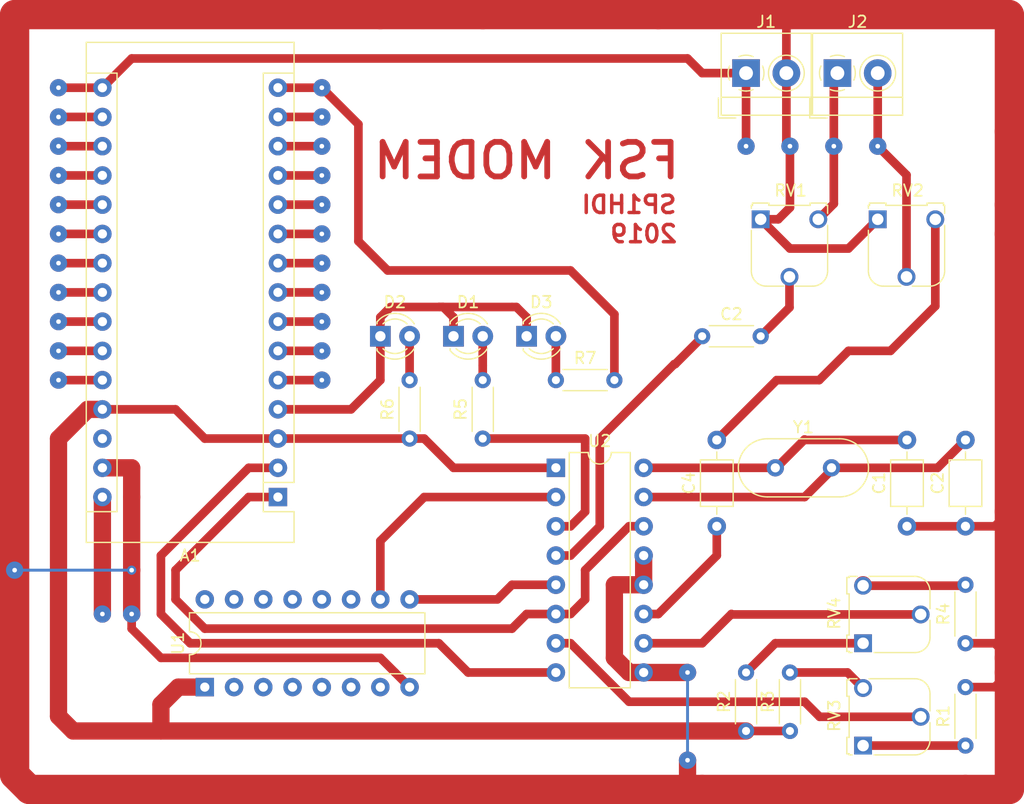
<source format=kicad_pcb>
(kicad_pcb (version 20171130) (host pcbnew "(5.1.4)-1")

  (general
    (thickness 1.6)
    (drawings 0)
    (tracks 450)
    (zones 0)
    (modules 24)
    (nets 1)
  )

  (page A4 portrait)
  (title_block
    (title "FSK MODEM")
    (date 2019-12-12)
    (rev 0.4)
    (company SP1HDI)
    (comment 1 "Wersja poddana procesowi termotransferu")
  )

  (layers
    (0 F.Cu signal)
    (31 B.Cu signal)
    (32 B.Adhes user hide)
    (33 F.Adhes user hide)
    (34 B.Paste user hide)
    (35 F.Paste user hide)
    (36 B.SilkS user hide)
    (37 F.SilkS user)
    (38 B.Mask user hide)
    (39 F.Mask user hide)
    (40 Dwgs.User user hide)
    (41 Cmts.User user hide)
    (42 Eco1.User user hide)
    (43 Eco2.User user hide)
    (44 Edge.Cuts user hide)
    (45 Margin user hide)
    (46 B.CrtYd user hide)
    (47 F.CrtYd user hide)
    (48 B.Fab user hide)
    (49 F.Fab user hide)
  )

  (setup
    (last_trace_width 0.75)
    (user_trace_width 0.75)
    (user_trace_width 1)
    (user_trace_width 1.5)
    (user_trace_width 2)
    (trace_clearance 0.2)
    (zone_clearance 0.508)
    (zone_45_only no)
    (trace_min 0.2)
    (via_size 0.8)
    (via_drill 0.4)
    (via_min_size 0.4)
    (via_min_drill 0.3)
    (uvia_size 0.3)
    (uvia_drill 0.1)
    (uvias_allowed no)
    (uvia_min_size 0.2)
    (uvia_min_drill 0.1)
    (edge_width 0.05)
    (segment_width 0.2)
    (pcb_text_width 0.3)
    (pcb_text_size 1.5 1.5)
    (mod_edge_width 0.12)
    (mod_text_size 1 1)
    (mod_text_width 0.15)
    (pad_size 1.524 1.524)
    (pad_drill 0.762)
    (pad_to_mask_clearance 0.051)
    (solder_mask_min_width 0.25)
    (aux_axis_origin 0 0)
    (visible_elements 7FFFFFFF)
    (pcbplotparams
      (layerselection 0x00000_7fffffff)
      (usegerberextensions false)
      (usegerberattributes false)
      (usegerberadvancedattributes false)
      (creategerberjobfile false)
      (excludeedgelayer true)
      (linewidth 0.100000)
      (plotframeref false)
      (viasonmask true)
      (mode 1)
      (useauxorigin false)
      (hpglpennumber 1)
      (hpglpenspeed 20)
      (hpglpendiameter 15.000000)
      (psnegative false)
      (psa4output false)
      (plotreference true)
      (plotvalue false)
      (plotinvisibletext false)
      (padsonsilk false)
      (subtractmaskfromsilk false)
      (outputformat 4)
      (mirror true)
      (drillshape 0)
      (scaleselection 1)
      (outputdirectory "../elo/"))
  )

  (net 0 "")

  (net_class Default "To jest domyślna klasa połączeń."
    (clearance 0.2)
    (trace_width 0.25)
    (via_dia 0.8)
    (via_drill 0.4)
    (uvia_dia 0.3)
    (uvia_drill 0.1)
  )

  (module Module:Arduino_Nano (layer F.Cu) (tedit 58ACAF70) (tstamp 5DF2BA44)
    (at 88.265 143.51 180)
    (descr "Arduino Nano, http://www.mouser.com/pdfdocs/Gravitech_Arduino_Nano3_0.pdf")
    (tags "Arduino Nano")
    (fp_text reference A1 (at 7.62 -5.08) (layer F.SilkS)
      (effects (font (size 1 1) (thickness 0.15)))
    )
    (fp_text value Arduino_Nano (at 8.89 19.05 90) (layer F.Fab)
      (effects (font (size 1 1) (thickness 0.15)))
    )
    (fp_line (start 16.75 42.16) (end -1.53 42.16) (layer F.CrtYd) (width 0.05))
    (fp_line (start 16.75 42.16) (end 16.75 -4.06) (layer F.CrtYd) (width 0.05))
    (fp_line (start -1.53 -4.06) (end -1.53 42.16) (layer F.CrtYd) (width 0.05))
    (fp_line (start -1.53 -4.06) (end 16.75 -4.06) (layer F.CrtYd) (width 0.05))
    (fp_line (start 16.51 -3.81) (end 16.51 39.37) (layer F.Fab) (width 0.1))
    (fp_line (start 0 -3.81) (end 16.51 -3.81) (layer F.Fab) (width 0.1))
    (fp_line (start -1.27 -2.54) (end 0 -3.81) (layer F.Fab) (width 0.1))
    (fp_line (start -1.27 39.37) (end -1.27 -2.54) (layer F.Fab) (width 0.1))
    (fp_line (start 16.51 39.37) (end -1.27 39.37) (layer F.Fab) (width 0.1))
    (fp_line (start 16.64 -3.94) (end -1.4 -3.94) (layer F.SilkS) (width 0.12))
    (fp_line (start 16.64 39.5) (end 16.64 -3.94) (layer F.SilkS) (width 0.12))
    (fp_line (start -1.4 39.5) (end 16.64 39.5) (layer F.SilkS) (width 0.12))
    (fp_line (start 3.81 41.91) (end 3.81 31.75) (layer F.Fab) (width 0.1))
    (fp_line (start 11.43 41.91) (end 3.81 41.91) (layer F.Fab) (width 0.1))
    (fp_line (start 11.43 31.75) (end 11.43 41.91) (layer F.Fab) (width 0.1))
    (fp_line (start 3.81 31.75) (end 11.43 31.75) (layer F.Fab) (width 0.1))
    (fp_line (start 1.27 36.83) (end -1.4 36.83) (layer F.SilkS) (width 0.12))
    (fp_line (start 1.27 1.27) (end 1.27 36.83) (layer F.SilkS) (width 0.12))
    (fp_line (start 1.27 1.27) (end -1.4 1.27) (layer F.SilkS) (width 0.12))
    (fp_line (start 13.97 36.83) (end 16.64 36.83) (layer F.SilkS) (width 0.12))
    (fp_line (start 13.97 -1.27) (end 13.97 36.83) (layer F.SilkS) (width 0.12))
    (fp_line (start 13.97 -1.27) (end 16.64 -1.27) (layer F.SilkS) (width 0.12))
    (fp_line (start -1.4 -3.94) (end -1.4 -1.27) (layer F.SilkS) (width 0.12))
    (fp_line (start -1.4 1.27) (end -1.4 39.5) (layer F.SilkS) (width 0.12))
    (fp_line (start 1.27 -1.27) (end -1.4 -1.27) (layer F.SilkS) (width 0.12))
    (fp_line (start 1.27 1.27) (end 1.27 -1.27) (layer F.SilkS) (width 0.12))
    (fp_text user %R (at 6.35 19.05 90) (layer F.Fab)
      (effects (font (size 1 1) (thickness 0.15)))
    )
    (pad 16 thru_hole oval (at 15.24 35.56 180) (size 1.6 1.6) (drill 0.8) (layers *.Cu *.Mask))
    (pad 15 thru_hole oval (at 0 35.56 180) (size 1.6 1.6) (drill 0.8) (layers *.Cu *.Mask))
    (pad 30 thru_hole oval (at 15.24 0 180) (size 1.6 1.6) (drill 0.8) (layers *.Cu *.Mask))
    (pad 14 thru_hole oval (at 0 33.02 180) (size 1.6 1.6) (drill 0.8) (layers *.Cu *.Mask))
    (pad 29 thru_hole oval (at 15.24 2.54 180) (size 1.6 1.6) (drill 0.8) (layers *.Cu *.Mask))
    (pad 13 thru_hole oval (at 0 30.48 180) (size 1.6 1.6) (drill 0.8) (layers *.Cu *.Mask))
    (pad 28 thru_hole oval (at 15.24 5.08 180) (size 1.6 1.6) (drill 0.8) (layers *.Cu *.Mask))
    (pad 12 thru_hole oval (at 0 27.94 180) (size 1.6 1.6) (drill 0.8) (layers *.Cu *.Mask))
    (pad 27 thru_hole oval (at 15.24 7.62 180) (size 1.6 1.6) (drill 0.8) (layers *.Cu *.Mask))
    (pad 11 thru_hole oval (at 0 25.4 180) (size 1.6 1.6) (drill 0.8) (layers *.Cu *.Mask))
    (pad 26 thru_hole oval (at 15.24 10.16 180) (size 1.6 1.6) (drill 0.8) (layers *.Cu *.Mask))
    (pad 10 thru_hole oval (at 0 22.86 180) (size 1.6 1.6) (drill 0.8) (layers *.Cu *.Mask))
    (pad 25 thru_hole oval (at 15.24 12.7 180) (size 1.6 1.6) (drill 0.8) (layers *.Cu *.Mask))
    (pad 9 thru_hole oval (at 0 20.32 180) (size 1.6 1.6) (drill 0.8) (layers *.Cu *.Mask))
    (pad 24 thru_hole oval (at 15.24 15.24 180) (size 1.6 1.6) (drill 0.8) (layers *.Cu *.Mask))
    (pad 8 thru_hole oval (at 0 17.78 180) (size 1.6 1.6) (drill 0.8) (layers *.Cu *.Mask))
    (pad 23 thru_hole oval (at 15.24 17.78 180) (size 1.6 1.6) (drill 0.8) (layers *.Cu *.Mask))
    (pad 7 thru_hole oval (at 0 15.24 180) (size 1.6 1.6) (drill 0.8) (layers *.Cu *.Mask))
    (pad 22 thru_hole oval (at 15.24 20.32 180) (size 1.6 1.6) (drill 0.8) (layers *.Cu *.Mask))
    (pad 6 thru_hole oval (at 0 12.7 180) (size 1.6 1.6) (drill 0.8) (layers *.Cu *.Mask))
    (pad 21 thru_hole oval (at 15.24 22.86 180) (size 1.6 1.6) (drill 0.8) (layers *.Cu *.Mask))
    (pad 5 thru_hole oval (at 0 10.16 180) (size 1.6 1.6) (drill 0.8) (layers *.Cu *.Mask))
    (pad 20 thru_hole oval (at 15.24 25.4 180) (size 1.6 1.6) (drill 0.8) (layers *.Cu *.Mask))
    (pad 4 thru_hole oval (at 0 7.62 180) (size 1.6 1.6) (drill 0.8) (layers *.Cu *.Mask))
    (pad 19 thru_hole oval (at 15.24 27.94 180) (size 1.6 1.6) (drill 0.8) (layers *.Cu *.Mask))
    (pad 3 thru_hole oval (at 0 5.08 180) (size 1.6 1.6) (drill 0.8) (layers *.Cu *.Mask))
    (pad 18 thru_hole oval (at 15.24 30.48 180) (size 1.6 1.6) (drill 0.8) (layers *.Cu *.Mask))
    (pad 2 thru_hole oval (at 0 2.54 180) (size 1.6 1.6) (drill 0.8) (layers *.Cu *.Mask))
    (pad 17 thru_hole oval (at 15.24 33.02 180) (size 1.6 1.6) (drill 0.8) (layers *.Cu *.Mask))
    (pad 1 thru_hole rect (at 0 0 180) (size 1.6 1.6) (drill 0.8) (layers *.Cu *.Mask))
    (model ${KISYS3DMOD}/Module.3dshapes/Arduino_Nano_WithMountingHoles.wrl
      (at (xyz 0 0 0))
      (scale (xyz 1 1 1))
      (rotate (xyz 0 0 0))
    )
  )

  (module Resistor_THT:R_Axial_DIN0204_L3.6mm_D1.6mm_P5.08mm_Horizontal (layer F.Cu) (tedit 5AE5139B) (tstamp 5DF3125A)
    (at 132.715 163.83 90)
    (descr "Resistor, Axial_DIN0204 series, Axial, Horizontal, pin pitch=5.08mm, 0.167W, length*diameter=3.6*1.6mm^2, http://cdn-reichelt.de/documents/datenblatt/B400/1_4W%23YAG.pdf")
    (tags "Resistor Axial_DIN0204 series Axial Horizontal pin pitch 5.08mm 0.167W length 3.6mm diameter 1.6mm")
    (fp_text reference R3 (at 2.54 -1.92 90) (layer F.SilkS)
      (effects (font (size 1 1) (thickness 0.15)))
    )
    (fp_text value R_Axial_DIN0204_L3.6mm_D1.6mm_P5.08mm_Horizontal (at 2.54 1.92 90) (layer F.Fab)
      (effects (font (size 1 1) (thickness 0.15)))
    )
    (fp_text user %R (at 2.54 0 90) (layer F.Fab)
      (effects (font (size 0.72 0.72) (thickness 0.108)))
    )
    (fp_line (start 6.03 -1.05) (end -0.95 -1.05) (layer F.CrtYd) (width 0.05))
    (fp_line (start 6.03 1.05) (end 6.03 -1.05) (layer F.CrtYd) (width 0.05))
    (fp_line (start -0.95 1.05) (end 6.03 1.05) (layer F.CrtYd) (width 0.05))
    (fp_line (start -0.95 -1.05) (end -0.95 1.05) (layer F.CrtYd) (width 0.05))
    (fp_line (start 0.62 0.92) (end 4.46 0.92) (layer F.SilkS) (width 0.12))
    (fp_line (start 0.62 -0.92) (end 4.46 -0.92) (layer F.SilkS) (width 0.12))
    (fp_line (start 5.08 0) (end 4.34 0) (layer F.Fab) (width 0.1))
    (fp_line (start 0 0) (end 0.74 0) (layer F.Fab) (width 0.1))
    (fp_line (start 4.34 -0.8) (end 0.74 -0.8) (layer F.Fab) (width 0.1))
    (fp_line (start 4.34 0.8) (end 4.34 -0.8) (layer F.Fab) (width 0.1))
    (fp_line (start 0.74 0.8) (end 4.34 0.8) (layer F.Fab) (width 0.1))
    (fp_line (start 0.74 -0.8) (end 0.74 0.8) (layer F.Fab) (width 0.1))
    (pad 2 thru_hole oval (at 5.08 0 90) (size 1.4 1.4) (drill 0.7) (layers *.Cu *.Mask))
    (pad 1 thru_hole circle (at 0 0 90) (size 1.4 1.4) (drill 0.7) (layers *.Cu *.Mask))
    (model ${KISYS3DMOD}/Resistor_THT.3dshapes/R_Axial_DIN0204_L3.6mm_D1.6mm_P5.08mm_Horizontal.wrl
      (at (xyz 0 0 0))
      (scale (xyz 1 1 1))
      (rotate (xyz 0 0 0))
    )
  )

  (module Resistor_THT:R_Axial_DIN0204_L3.6mm_D1.6mm_P5.08mm_Horizontal (layer F.Cu) (tedit 5AE5139B) (tstamp 5DF31211)
    (at 128.905 163.83 90)
    (descr "Resistor, Axial_DIN0204 series, Axial, Horizontal, pin pitch=5.08mm, 0.167W, length*diameter=3.6*1.6mm^2, http://cdn-reichelt.de/documents/datenblatt/B400/1_4W%23YAG.pdf")
    (tags "Resistor Axial_DIN0204 series Axial Horizontal pin pitch 5.08mm 0.167W length 3.6mm diameter 1.6mm")
    (fp_text reference R2 (at 2.54 -1.92 90) (layer F.SilkS)
      (effects (font (size 1 1) (thickness 0.15)))
    )
    (fp_text value R_Axial_DIN0204_L3.6mm_D1.6mm_P5.08mm_Horizontal (at 2.54 1.92 90) (layer F.Fab)
      (effects (font (size 1 1) (thickness 0.15)))
    )
    (fp_text user %R (at 2.54 0 90) (layer F.Fab)
      (effects (font (size 0.72 0.72) (thickness 0.108)))
    )
    (fp_line (start 6.03 -1.05) (end -0.95 -1.05) (layer F.CrtYd) (width 0.05))
    (fp_line (start 6.03 1.05) (end 6.03 -1.05) (layer F.CrtYd) (width 0.05))
    (fp_line (start -0.95 1.05) (end 6.03 1.05) (layer F.CrtYd) (width 0.05))
    (fp_line (start -0.95 -1.05) (end -0.95 1.05) (layer F.CrtYd) (width 0.05))
    (fp_line (start 0.62 0.92) (end 4.46 0.92) (layer F.SilkS) (width 0.12))
    (fp_line (start 0.62 -0.92) (end 4.46 -0.92) (layer F.SilkS) (width 0.12))
    (fp_line (start 5.08 0) (end 4.34 0) (layer F.Fab) (width 0.1))
    (fp_line (start 0 0) (end 0.74 0) (layer F.Fab) (width 0.1))
    (fp_line (start 4.34 -0.8) (end 0.74 -0.8) (layer F.Fab) (width 0.1))
    (fp_line (start 4.34 0.8) (end 4.34 -0.8) (layer F.Fab) (width 0.1))
    (fp_line (start 0.74 0.8) (end 4.34 0.8) (layer F.Fab) (width 0.1))
    (fp_line (start 0.74 -0.8) (end 0.74 0.8) (layer F.Fab) (width 0.1))
    (pad 2 thru_hole oval (at 5.08 0 90) (size 1.4 1.4) (drill 0.7) (layers *.Cu *.Mask))
    (pad 1 thru_hole circle (at 0 0 90) (size 1.4 1.4) (drill 0.7) (layers *.Cu *.Mask))
    (model ${KISYS3DMOD}/Resistor_THT.3dshapes/R_Axial_DIN0204_L3.6mm_D1.6mm_P5.08mm_Horizontal.wrl
      (at (xyz 0 0 0))
      (scale (xyz 1 1 1))
      (rotate (xyz 0 0 0))
    )
  )

  (module Capacitor_THT:C_Axial_L3.8mm_D2.6mm_P7.50mm_Horizontal (layer F.Cu) (tedit 5AE50EF0) (tstamp 5DF3112E)
    (at 126.365 146.05 90)
    (descr "C, Axial series, Axial, Horizontal, pin pitch=7.5mm, , length*diameter=3.8*2.6mm^2, http://www.vishay.com/docs/45231/arseries.pdf")
    (tags "C Axial series Axial Horizontal pin pitch 7.5mm  length 3.8mm diameter 2.6mm")
    (fp_text reference C4 (at 3.75 -2.42 90) (layer F.SilkS)
      (effects (font (size 1 1) (thickness 0.15)))
    )
    (fp_text value C_Axial_L3.8mm_D2.6mm_P7.50mm_Horizontal (at 3.75 2.42 90) (layer F.Fab)
      (effects (font (size 1 1) (thickness 0.15)))
    )
    (fp_text user %R (at 3.75 0 90) (layer F.Fab)
      (effects (font (size 0.76 0.76) (thickness 0.114)))
    )
    (fp_line (start 8.55 -1.55) (end -1.05 -1.55) (layer F.CrtYd) (width 0.05))
    (fp_line (start 8.55 1.55) (end 8.55 -1.55) (layer F.CrtYd) (width 0.05))
    (fp_line (start -1.05 1.55) (end 8.55 1.55) (layer F.CrtYd) (width 0.05))
    (fp_line (start -1.05 -1.55) (end -1.05 1.55) (layer F.CrtYd) (width 0.05))
    (fp_line (start 6.46 0) (end 5.77 0) (layer F.SilkS) (width 0.12))
    (fp_line (start 1.04 0) (end 1.73 0) (layer F.SilkS) (width 0.12))
    (fp_line (start 5.77 -1.42) (end 1.73 -1.42) (layer F.SilkS) (width 0.12))
    (fp_line (start 5.77 1.42) (end 5.77 -1.42) (layer F.SilkS) (width 0.12))
    (fp_line (start 1.73 1.42) (end 5.77 1.42) (layer F.SilkS) (width 0.12))
    (fp_line (start 1.73 -1.42) (end 1.73 1.42) (layer F.SilkS) (width 0.12))
    (fp_line (start 7.5 0) (end 5.65 0) (layer F.Fab) (width 0.1))
    (fp_line (start 0 0) (end 1.85 0) (layer F.Fab) (width 0.1))
    (fp_line (start 5.65 -1.3) (end 1.85 -1.3) (layer F.Fab) (width 0.1))
    (fp_line (start 5.65 1.3) (end 5.65 -1.3) (layer F.Fab) (width 0.1))
    (fp_line (start 1.85 1.3) (end 5.65 1.3) (layer F.Fab) (width 0.1))
    (fp_line (start 1.85 -1.3) (end 1.85 1.3) (layer F.Fab) (width 0.1))
    (pad 2 thru_hole oval (at 7.5 0 90) (size 1.6 1.6) (drill 0.8) (layers *.Cu *.Mask))
    (pad 1 thru_hole circle (at 0 0 90) (size 1.6 1.6) (drill 0.8) (layers *.Cu *.Mask))
    (model ${KISYS3DMOD}/Capacitor_THT.3dshapes/C_Axial_L3.8mm_D2.6mm_P7.50mm_Horizontal.wrl
      (at (xyz 0 0 0))
      (scale (xyz 1 1 1))
      (rotate (xyz 0 0 0))
    )
  )

  (module Capacitor_THT:C_Axial_L3.8mm_D2.6mm_P7.50mm_Horizontal (layer F.Cu) (tedit 5AE50EF0) (tstamp 5DF30E86)
    (at 147.955 146.05 90)
    (descr "C, Axial series, Axial, Horizontal, pin pitch=7.5mm, , length*diameter=3.8*2.6mm^2, http://www.vishay.com/docs/45231/arseries.pdf")
    (tags "C Axial series Axial Horizontal pin pitch 7.5mm  length 3.8mm diameter 2.6mm")
    (fp_text reference C2 (at 3.75 -2.42 90) (layer F.SilkS)
      (effects (font (size 1 1) (thickness 0.15)))
    )
    (fp_text value C_Axial_L3.8mm_D2.6mm_P7.50mm_Horizontal (at 3.75 2.42 90) (layer F.Fab)
      (effects (font (size 1 1) (thickness 0.15)))
    )
    (fp_text user %R (at 3.75 0 90) (layer F.Fab)
      (effects (font (size 0.76 0.76) (thickness 0.114)))
    )
    (fp_line (start 8.55 -1.55) (end -1.05 -1.55) (layer F.CrtYd) (width 0.05))
    (fp_line (start 8.55 1.55) (end 8.55 -1.55) (layer F.CrtYd) (width 0.05))
    (fp_line (start -1.05 1.55) (end 8.55 1.55) (layer F.CrtYd) (width 0.05))
    (fp_line (start -1.05 -1.55) (end -1.05 1.55) (layer F.CrtYd) (width 0.05))
    (fp_line (start 6.46 0) (end 5.77 0) (layer F.SilkS) (width 0.12))
    (fp_line (start 1.04 0) (end 1.73 0) (layer F.SilkS) (width 0.12))
    (fp_line (start 5.77 -1.42) (end 1.73 -1.42) (layer F.SilkS) (width 0.12))
    (fp_line (start 5.77 1.42) (end 5.77 -1.42) (layer F.SilkS) (width 0.12))
    (fp_line (start 1.73 1.42) (end 5.77 1.42) (layer F.SilkS) (width 0.12))
    (fp_line (start 1.73 -1.42) (end 1.73 1.42) (layer F.SilkS) (width 0.12))
    (fp_line (start 7.5 0) (end 5.65 0) (layer F.Fab) (width 0.1))
    (fp_line (start 0 0) (end 1.85 0) (layer F.Fab) (width 0.1))
    (fp_line (start 5.65 -1.3) (end 1.85 -1.3) (layer F.Fab) (width 0.1))
    (fp_line (start 5.65 1.3) (end 5.65 -1.3) (layer F.Fab) (width 0.1))
    (fp_line (start 1.85 1.3) (end 5.65 1.3) (layer F.Fab) (width 0.1))
    (fp_line (start 1.85 -1.3) (end 1.85 1.3) (layer F.Fab) (width 0.1))
    (pad 2 thru_hole oval (at 7.5 0 90) (size 1.6 1.6) (drill 0.8) (layers *.Cu *.Mask))
    (pad 1 thru_hole circle (at 0 0 90) (size 1.6 1.6) (drill 0.8) (layers *.Cu *.Mask))
    (model ${KISYS3DMOD}/Capacitor_THT.3dshapes/C_Axial_L3.8mm_D2.6mm_P7.50mm_Horizontal.wrl
      (at (xyz 0 0 0))
      (scale (xyz 1 1 1))
      (rotate (xyz 0 0 0))
    )
  )

  (module Capacitor_THT:C_Axial_L3.8mm_D2.6mm_P7.50mm_Horizontal (layer F.Cu) (tedit 5AE50EF0) (tstamp 5DF30E2D)
    (at 142.875 146.05 90)
    (descr "C, Axial series, Axial, Horizontal, pin pitch=7.5mm, , length*diameter=3.8*2.6mm^2, http://www.vishay.com/docs/45231/arseries.pdf")
    (tags "C Axial series Axial Horizontal pin pitch 7.5mm  length 3.8mm diameter 2.6mm")
    (fp_text reference C1 (at 3.75 -2.42 90) (layer F.SilkS)
      (effects (font (size 1 1) (thickness 0.15)))
    )
    (fp_text value C_Axial_L3.8mm_D2.6mm_P7.50mm_Horizontal (at 3.75 2.42 90) (layer F.Fab)
      (effects (font (size 1 1) (thickness 0.15)))
    )
    (fp_text user %R (at 3.75 0 90) (layer F.Fab)
      (effects (font (size 0.76 0.76) (thickness 0.114)))
    )
    (fp_line (start 8.55 -1.55) (end -1.05 -1.55) (layer F.CrtYd) (width 0.05))
    (fp_line (start 8.55 1.55) (end 8.55 -1.55) (layer F.CrtYd) (width 0.05))
    (fp_line (start -1.05 1.55) (end 8.55 1.55) (layer F.CrtYd) (width 0.05))
    (fp_line (start -1.05 -1.55) (end -1.05 1.55) (layer F.CrtYd) (width 0.05))
    (fp_line (start 6.46 0) (end 5.77 0) (layer F.SilkS) (width 0.12))
    (fp_line (start 1.04 0) (end 1.73 0) (layer F.SilkS) (width 0.12))
    (fp_line (start 5.77 -1.42) (end 1.73 -1.42) (layer F.SilkS) (width 0.12))
    (fp_line (start 5.77 1.42) (end 5.77 -1.42) (layer F.SilkS) (width 0.12))
    (fp_line (start 1.73 1.42) (end 5.77 1.42) (layer F.SilkS) (width 0.12))
    (fp_line (start 1.73 -1.42) (end 1.73 1.42) (layer F.SilkS) (width 0.12))
    (fp_line (start 7.5 0) (end 5.65 0) (layer F.Fab) (width 0.1))
    (fp_line (start 0 0) (end 1.85 0) (layer F.Fab) (width 0.1))
    (fp_line (start 5.65 -1.3) (end 1.85 -1.3) (layer F.Fab) (width 0.1))
    (fp_line (start 5.65 1.3) (end 5.65 -1.3) (layer F.Fab) (width 0.1))
    (fp_line (start 1.85 1.3) (end 5.65 1.3) (layer F.Fab) (width 0.1))
    (fp_line (start 1.85 -1.3) (end 1.85 1.3) (layer F.Fab) (width 0.1))
    (pad 2 thru_hole oval (at 7.5 0 90) (size 1.6 1.6) (drill 0.8) (layers *.Cu *.Mask))
    (pad 1 thru_hole circle (at 0 0 90) (size 1.6 1.6) (drill 0.8) (layers *.Cu *.Mask))
    (model ${KISYS3DMOD}/Capacitor_THT.3dshapes/C_Axial_L3.8mm_D2.6mm_P7.50mm_Horizontal.wrl
      (at (xyz 0 0 0))
      (scale (xyz 1 1 1))
      (rotate (xyz 0 0 0))
    )
  )

  (module Resistor_THT:R_Axial_DIN0204_L3.6mm_D1.6mm_P5.08mm_Horizontal (layer F.Cu) (tedit 5AE5139B) (tstamp 5DF2EC9C)
    (at 106.045 138.43 90)
    (descr "Resistor, Axial_DIN0204 series, Axial, Horizontal, pin pitch=5.08mm, 0.167W, length*diameter=3.6*1.6mm^2, http://cdn-reichelt.de/documents/datenblatt/B400/1_4W%23YAG.pdf")
    (tags "Resistor Axial_DIN0204 series Axial Horizontal pin pitch 5.08mm 0.167W length 3.6mm diameter 1.6mm")
    (fp_text reference R5 (at 2.54 -1.92 90) (layer F.SilkS)
      (effects (font (size 1 1) (thickness 0.15)))
    )
    (fp_text value R_Axial_DIN0204_L3.6mm_D1.6mm_P5.08mm_Horizontal (at 2.54 1.92 90) (layer F.Fab)
      (effects (font (size 1 1) (thickness 0.15)))
    )
    (fp_text user %R (at 2.54 0 90) (layer F.Fab)
      (effects (font (size 0.72 0.72) (thickness 0.108)))
    )
    (fp_line (start 6.03 -1.05) (end -0.95 -1.05) (layer F.CrtYd) (width 0.05))
    (fp_line (start 6.03 1.05) (end 6.03 -1.05) (layer F.CrtYd) (width 0.05))
    (fp_line (start -0.95 1.05) (end 6.03 1.05) (layer F.CrtYd) (width 0.05))
    (fp_line (start -0.95 -1.05) (end -0.95 1.05) (layer F.CrtYd) (width 0.05))
    (fp_line (start 0.62 0.92) (end 4.46 0.92) (layer F.SilkS) (width 0.12))
    (fp_line (start 0.62 -0.92) (end 4.46 -0.92) (layer F.SilkS) (width 0.12))
    (fp_line (start 5.08 0) (end 4.34 0) (layer F.Fab) (width 0.1))
    (fp_line (start 0 0) (end 0.74 0) (layer F.Fab) (width 0.1))
    (fp_line (start 4.34 -0.8) (end 0.74 -0.8) (layer F.Fab) (width 0.1))
    (fp_line (start 4.34 0.8) (end 4.34 -0.8) (layer F.Fab) (width 0.1))
    (fp_line (start 0.74 0.8) (end 4.34 0.8) (layer F.Fab) (width 0.1))
    (fp_line (start 0.74 -0.8) (end 0.74 0.8) (layer F.Fab) (width 0.1))
    (pad 2 thru_hole oval (at 5.08 0 90) (size 1.4 1.4) (drill 0.7) (layers *.Cu *.Mask))
    (pad 1 thru_hole circle (at 0 0 90) (size 1.4 1.4) (drill 0.7) (layers *.Cu *.Mask))
    (model ${KISYS3DMOD}/Resistor_THT.3dshapes/R_Axial_DIN0204_L3.6mm_D1.6mm_P5.08mm_Horizontal.wrl
      (at (xyz 0 0 0))
      (scale (xyz 1 1 1))
      (rotate (xyz 0 0 0))
    )
  )

  (module Resistor_THT:R_Axial_DIN0204_L3.6mm_D1.6mm_P5.08mm_Horizontal (layer F.Cu) (tedit 5AE5139B) (tstamp 5DF2EC53)
    (at 99.695 138.43 90)
    (descr "Resistor, Axial_DIN0204 series, Axial, Horizontal, pin pitch=5.08mm, 0.167W, length*diameter=3.6*1.6mm^2, http://cdn-reichelt.de/documents/datenblatt/B400/1_4W%23YAG.pdf")
    (tags "Resistor Axial_DIN0204 series Axial Horizontal pin pitch 5.08mm 0.167W length 3.6mm diameter 1.6mm")
    (fp_text reference R6 (at 2.54 -1.92 90) (layer F.SilkS)
      (effects (font (size 1 1) (thickness 0.15)))
    )
    (fp_text value R_Axial_DIN0204_L3.6mm_D1.6mm_P5.08mm_Horizontal (at 2.54 1.92 90) (layer F.Fab)
      (effects (font (size 1 1) (thickness 0.15)))
    )
    (fp_text user %R (at 2.54 0 90) (layer F.Fab)
      (effects (font (size 0.72 0.72) (thickness 0.108)))
    )
    (fp_line (start 6.03 -1.05) (end -0.95 -1.05) (layer F.CrtYd) (width 0.05))
    (fp_line (start 6.03 1.05) (end 6.03 -1.05) (layer F.CrtYd) (width 0.05))
    (fp_line (start -0.95 1.05) (end 6.03 1.05) (layer F.CrtYd) (width 0.05))
    (fp_line (start -0.95 -1.05) (end -0.95 1.05) (layer F.CrtYd) (width 0.05))
    (fp_line (start 0.62 0.92) (end 4.46 0.92) (layer F.SilkS) (width 0.12))
    (fp_line (start 0.62 -0.92) (end 4.46 -0.92) (layer F.SilkS) (width 0.12))
    (fp_line (start 5.08 0) (end 4.34 0) (layer F.Fab) (width 0.1))
    (fp_line (start 0 0) (end 0.74 0) (layer F.Fab) (width 0.1))
    (fp_line (start 4.34 -0.8) (end 0.74 -0.8) (layer F.Fab) (width 0.1))
    (fp_line (start 4.34 0.8) (end 4.34 -0.8) (layer F.Fab) (width 0.1))
    (fp_line (start 0.74 0.8) (end 4.34 0.8) (layer F.Fab) (width 0.1))
    (fp_line (start 0.74 -0.8) (end 0.74 0.8) (layer F.Fab) (width 0.1))
    (pad 2 thru_hole oval (at 5.08 0 90) (size 1.4 1.4) (drill 0.7) (layers *.Cu *.Mask))
    (pad 1 thru_hole circle (at 0 0 90) (size 1.4 1.4) (drill 0.7) (layers *.Cu *.Mask))
    (model ${KISYS3DMOD}/Resistor_THT.3dshapes/R_Axial_DIN0204_L3.6mm_D1.6mm_P5.08mm_Horizontal.wrl
      (at (xyz 0 0 0))
      (scale (xyz 1 1 1))
      (rotate (xyz 0 0 0))
    )
  )

  (module Resistor_THT:R_Axial_DIN0204_L3.6mm_D1.6mm_P5.08mm_Horizontal (layer F.Cu) (tedit 5AE5139B) (tstamp 5DF2EC0A)
    (at 112.395 133.35)
    (descr "Resistor, Axial_DIN0204 series, Axial, Horizontal, pin pitch=5.08mm, 0.167W, length*diameter=3.6*1.6mm^2, http://cdn-reichelt.de/documents/datenblatt/B400/1_4W%23YAG.pdf")
    (tags "Resistor Axial_DIN0204 series Axial Horizontal pin pitch 5.08mm 0.167W length 3.6mm diameter 1.6mm")
    (fp_text reference R7 (at 2.54 -1.92) (layer F.SilkS)
      (effects (font (size 1 1) (thickness 0.15)))
    )
    (fp_text value R_Axial_DIN0204_L3.6mm_D1.6mm_P5.08mm_Horizontal (at 2.54 1.92) (layer F.Fab)
      (effects (font (size 1 1) (thickness 0.15)))
    )
    (fp_text user %R (at 2.54 0) (layer F.Fab)
      (effects (font (size 0.72 0.72) (thickness 0.108)))
    )
    (fp_line (start 6.03 -1.05) (end -0.95 -1.05) (layer F.CrtYd) (width 0.05))
    (fp_line (start 6.03 1.05) (end 6.03 -1.05) (layer F.CrtYd) (width 0.05))
    (fp_line (start -0.95 1.05) (end 6.03 1.05) (layer F.CrtYd) (width 0.05))
    (fp_line (start -0.95 -1.05) (end -0.95 1.05) (layer F.CrtYd) (width 0.05))
    (fp_line (start 0.62 0.92) (end 4.46 0.92) (layer F.SilkS) (width 0.12))
    (fp_line (start 0.62 -0.92) (end 4.46 -0.92) (layer F.SilkS) (width 0.12))
    (fp_line (start 5.08 0) (end 4.34 0) (layer F.Fab) (width 0.1))
    (fp_line (start 0 0) (end 0.74 0) (layer F.Fab) (width 0.1))
    (fp_line (start 4.34 -0.8) (end 0.74 -0.8) (layer F.Fab) (width 0.1))
    (fp_line (start 4.34 0.8) (end 4.34 -0.8) (layer F.Fab) (width 0.1))
    (fp_line (start 0.74 0.8) (end 4.34 0.8) (layer F.Fab) (width 0.1))
    (fp_line (start 0.74 -0.8) (end 0.74 0.8) (layer F.Fab) (width 0.1))
    (pad 2 thru_hole oval (at 5.08 0) (size 1.4 1.4) (drill 0.7) (layers *.Cu *.Mask))
    (pad 1 thru_hole circle (at 0 0) (size 1.4 1.4) (drill 0.7) (layers *.Cu *.Mask))
    (model ${KISYS3DMOD}/Resistor_THT.3dshapes/R_Axial_DIN0204_L3.6mm_D1.6mm_P5.08mm_Horizontal.wrl
      (at (xyz 0 0 0))
      (scale (xyz 1 1 1))
      (rotate (xyz 0 0 0))
    )
  )

  (module Resistor_THT:R_Axial_DIN0204_L3.6mm_D1.6mm_P5.08mm_Horizontal (layer F.Cu) (tedit 5AE5139B) (tstamp 5DF2EBAF)
    (at 125.095 129.54)
    (descr "Resistor, Axial_DIN0204 series, Axial, Horizontal, pin pitch=5.08mm, 0.167W, length*diameter=3.6*1.6mm^2, http://cdn-reichelt.de/documents/datenblatt/B400/1_4W%23YAG.pdf")
    (tags "Resistor Axial_DIN0204 series Axial Horizontal pin pitch 5.08mm 0.167W length 3.6mm diameter 1.6mm")
    (fp_text reference C2 (at 2.54 -1.92) (layer F.SilkS)
      (effects (font (size 1 1) (thickness 0.15)))
    )
    (fp_text value R_Axial_DIN0204_L3.6mm_D1.6mm_P5.08mm_Horizontal (at 2.54 1.92) (layer F.Fab)
      (effects (font (size 1 1) (thickness 0.15)))
    )
    (fp_text user %R (at 2.54 0) (layer F.Fab)
      (effects (font (size 0.72 0.72) (thickness 0.108)))
    )
    (fp_line (start 6.03 -1.05) (end -0.95 -1.05) (layer F.CrtYd) (width 0.05))
    (fp_line (start 6.03 1.05) (end 6.03 -1.05) (layer F.CrtYd) (width 0.05))
    (fp_line (start -0.95 1.05) (end 6.03 1.05) (layer F.CrtYd) (width 0.05))
    (fp_line (start -0.95 -1.05) (end -0.95 1.05) (layer F.CrtYd) (width 0.05))
    (fp_line (start 0.62 0.92) (end 4.46 0.92) (layer F.SilkS) (width 0.12))
    (fp_line (start 0.62 -0.92) (end 4.46 -0.92) (layer F.SilkS) (width 0.12))
    (fp_line (start 5.08 0) (end 4.34 0) (layer F.Fab) (width 0.1))
    (fp_line (start 0 0) (end 0.74 0) (layer F.Fab) (width 0.1))
    (fp_line (start 4.34 -0.8) (end 0.74 -0.8) (layer F.Fab) (width 0.1))
    (fp_line (start 4.34 0.8) (end 4.34 -0.8) (layer F.Fab) (width 0.1))
    (fp_line (start 0.74 0.8) (end 4.34 0.8) (layer F.Fab) (width 0.1))
    (fp_line (start 0.74 -0.8) (end 0.74 0.8) (layer F.Fab) (width 0.1))
    (pad 2 thru_hole oval (at 5.08 0) (size 1.4 1.4) (drill 0.7) (layers *.Cu *.Mask))
    (pad 1 thru_hole circle (at 0 0) (size 1.4 1.4) (drill 0.7) (layers *.Cu *.Mask))
    (model ${KISYS3DMOD}/Resistor_THT.3dshapes/R_Axial_DIN0204_L3.6mm_D1.6mm_P5.08mm_Horizontal.wrl
      (at (xyz 0 0 0))
      (scale (xyz 1 1 1))
      (rotate (xyz 0 0 0))
    )
  )

  (module Resistor_THT:R_Axial_DIN0204_L3.6mm_D1.6mm_P5.08mm_Horizontal (layer F.Cu) (tedit 5AE5139B) (tstamp 5DF2EA6E)
    (at 147.955 165.1 90)
    (descr "Resistor, Axial_DIN0204 series, Axial, Horizontal, pin pitch=5.08mm, 0.167W, length*diameter=3.6*1.6mm^2, http://cdn-reichelt.de/documents/datenblatt/B400/1_4W%23YAG.pdf")
    (tags "Resistor Axial_DIN0204 series Axial Horizontal pin pitch 5.08mm 0.167W length 3.6mm diameter 1.6mm")
    (fp_text reference R1 (at 2.54 -1.92 90) (layer F.SilkS)
      (effects (font (size 1 1) (thickness 0.15)))
    )
    (fp_text value R_Axial_DIN0204_L3.6mm_D1.6mm_P5.08mm_Horizontal (at 2.54 1.92 90) (layer F.Fab)
      (effects (font (size 1 1) (thickness 0.15)))
    )
    (fp_text user %R (at 2.54 0 90) (layer F.Fab)
      (effects (font (size 0.72 0.72) (thickness 0.108)))
    )
    (fp_line (start 6.03 -1.05) (end -0.95 -1.05) (layer F.CrtYd) (width 0.05))
    (fp_line (start 6.03 1.05) (end 6.03 -1.05) (layer F.CrtYd) (width 0.05))
    (fp_line (start -0.95 1.05) (end 6.03 1.05) (layer F.CrtYd) (width 0.05))
    (fp_line (start -0.95 -1.05) (end -0.95 1.05) (layer F.CrtYd) (width 0.05))
    (fp_line (start 0.62 0.92) (end 4.46 0.92) (layer F.SilkS) (width 0.12))
    (fp_line (start 0.62 -0.92) (end 4.46 -0.92) (layer F.SilkS) (width 0.12))
    (fp_line (start 5.08 0) (end 4.34 0) (layer F.Fab) (width 0.1))
    (fp_line (start 0 0) (end 0.74 0) (layer F.Fab) (width 0.1))
    (fp_line (start 4.34 -0.8) (end 0.74 -0.8) (layer F.Fab) (width 0.1))
    (fp_line (start 4.34 0.8) (end 4.34 -0.8) (layer F.Fab) (width 0.1))
    (fp_line (start 0.74 0.8) (end 4.34 0.8) (layer F.Fab) (width 0.1))
    (fp_line (start 0.74 -0.8) (end 0.74 0.8) (layer F.Fab) (width 0.1))
    (pad 2 thru_hole oval (at 5.08 0 90) (size 1.4 1.4) (drill 0.7) (layers *.Cu *.Mask))
    (pad 1 thru_hole circle (at 0 0 90) (size 1.4 1.4) (drill 0.7) (layers *.Cu *.Mask))
    (model ${KISYS3DMOD}/Resistor_THT.3dshapes/R_Axial_DIN0204_L3.6mm_D1.6mm_P5.08mm_Horizontal.wrl
      (at (xyz 0 0 0))
      (scale (xyz 1 1 1))
      (rotate (xyz 0 0 0))
    )
  )

  (module Resistor_THT:R_Axial_DIN0204_L3.6mm_D1.6mm_P5.08mm_Horizontal (layer F.Cu) (tedit 5AE5139B) (tstamp 5DF2EA13)
    (at 147.955 156.21 90)
    (descr "Resistor, Axial_DIN0204 series, Axial, Horizontal, pin pitch=5.08mm, 0.167W, length*diameter=3.6*1.6mm^2, http://cdn-reichelt.de/documents/datenblatt/B400/1_4W%23YAG.pdf")
    (tags "Resistor Axial_DIN0204 series Axial Horizontal pin pitch 5.08mm 0.167W length 3.6mm diameter 1.6mm")
    (fp_text reference R4 (at 2.54 -1.92 90) (layer F.SilkS)
      (effects (font (size 1 1) (thickness 0.15)))
    )
    (fp_text value R_Axial_DIN0204_L3.6mm_D1.6mm_P5.08mm_Horizontal (at 2.54 1.92 90) (layer F.Fab)
      (effects (font (size 1 1) (thickness 0.15)))
    )
    (fp_text user %R (at 2.54 0 90) (layer F.Fab)
      (effects (font (size 0.72 0.72) (thickness 0.108)))
    )
    (fp_line (start 6.03 -1.05) (end -0.95 -1.05) (layer F.CrtYd) (width 0.05))
    (fp_line (start 6.03 1.05) (end 6.03 -1.05) (layer F.CrtYd) (width 0.05))
    (fp_line (start -0.95 1.05) (end 6.03 1.05) (layer F.CrtYd) (width 0.05))
    (fp_line (start -0.95 -1.05) (end -0.95 1.05) (layer F.CrtYd) (width 0.05))
    (fp_line (start 0.62 0.92) (end 4.46 0.92) (layer F.SilkS) (width 0.12))
    (fp_line (start 0.62 -0.92) (end 4.46 -0.92) (layer F.SilkS) (width 0.12))
    (fp_line (start 5.08 0) (end 4.34 0) (layer F.Fab) (width 0.1))
    (fp_line (start 0 0) (end 0.74 0) (layer F.Fab) (width 0.1))
    (fp_line (start 4.34 -0.8) (end 0.74 -0.8) (layer F.Fab) (width 0.1))
    (fp_line (start 4.34 0.8) (end 4.34 -0.8) (layer F.Fab) (width 0.1))
    (fp_line (start 0.74 0.8) (end 4.34 0.8) (layer F.Fab) (width 0.1))
    (fp_line (start 0.74 -0.8) (end 0.74 0.8) (layer F.Fab) (width 0.1))
    (pad 2 thru_hole oval (at 5.08 0 90) (size 1.4 1.4) (drill 0.7) (layers *.Cu *.Mask))
    (pad 1 thru_hole circle (at 0 0 90) (size 1.4 1.4) (drill 0.7) (layers *.Cu *.Mask))
    (model ${KISYS3DMOD}/Resistor_THT.3dshapes/R_Axial_DIN0204_L3.6mm_D1.6mm_P5.08mm_Horizontal.wrl
      (at (xyz 0 0 0))
      (scale (xyz 1 1 1))
      (rotate (xyz 0 0 0))
    )
  )

  (module Crystal:Crystal_HC49-U_Vertical (layer F.Cu) (tedit 5A1AD3B8) (tstamp 5DF2E43B)
    (at 131.445 140.97)
    (descr "Crystal THT HC-49/U http://5hertz.com/pdfs/04404_D.pdf")
    (tags "THT crystalHC-49/U")
    (fp_text reference Y1 (at 2.44 -3.525) (layer F.SilkS)
      (effects (font (size 1 1) (thickness 0.15)))
    )
    (fp_text value Crystal_HC49-U_Vertical (at 2.44 3.525) (layer F.Fab)
      (effects (font (size 1 1) (thickness 0.15)))
    )
    (fp_arc (start 5.565 0) (end 5.565 -2.525) (angle 180) (layer F.SilkS) (width 0.12))
    (fp_arc (start -0.685 0) (end -0.685 -2.525) (angle -180) (layer F.SilkS) (width 0.12))
    (fp_arc (start 5.44 0) (end 5.44 -2) (angle 180) (layer F.Fab) (width 0.1))
    (fp_arc (start -0.56 0) (end -0.56 -2) (angle -180) (layer F.Fab) (width 0.1))
    (fp_arc (start 5.565 0) (end 5.565 -2.325) (angle 180) (layer F.Fab) (width 0.1))
    (fp_arc (start -0.685 0) (end -0.685 -2.325) (angle -180) (layer F.Fab) (width 0.1))
    (fp_line (start 8.4 -2.8) (end -3.5 -2.8) (layer F.CrtYd) (width 0.05))
    (fp_line (start 8.4 2.8) (end 8.4 -2.8) (layer F.CrtYd) (width 0.05))
    (fp_line (start -3.5 2.8) (end 8.4 2.8) (layer F.CrtYd) (width 0.05))
    (fp_line (start -3.5 -2.8) (end -3.5 2.8) (layer F.CrtYd) (width 0.05))
    (fp_line (start -0.685 2.525) (end 5.565 2.525) (layer F.SilkS) (width 0.12))
    (fp_line (start -0.685 -2.525) (end 5.565 -2.525) (layer F.SilkS) (width 0.12))
    (fp_line (start -0.56 2) (end 5.44 2) (layer F.Fab) (width 0.1))
    (fp_line (start -0.56 -2) (end 5.44 -2) (layer F.Fab) (width 0.1))
    (fp_line (start -0.685 2.325) (end 5.565 2.325) (layer F.Fab) (width 0.1))
    (fp_line (start -0.685 -2.325) (end 5.565 -2.325) (layer F.Fab) (width 0.1))
    (fp_text user %R (at 2.44 0) (layer F.Fab)
      (effects (font (size 1 1) (thickness 0.15)))
    )
    (pad 2 thru_hole circle (at 4.88 0) (size 1.5 1.5) (drill 0.8) (layers *.Cu *.Mask))
    (pad 1 thru_hole circle (at 0 0) (size 1.5 1.5) (drill 0.8) (layers *.Cu *.Mask))
    (model ${KISYS3DMOD}/Crystal.3dshapes/Crystal_HC49-U_Vertical.wrl
      (at (xyz 0 0 0))
      (scale (xyz 1 1 1))
      (rotate (xyz 0 0 0))
    )
  )

  (module Potentiometer_THT:Potentiometer_Runtron_RM-065_Vertical (layer F.Cu) (tedit 5BF6754C) (tstamp 5DF2DFF9)
    (at 139.065 156.21 90)
    (descr "Potentiometer, vertical, Trimmer, RM-065 http://www.runtron.com/down/PDF%20Datasheet/Carbon%20Film%20Potentiometer/RM065%20RM063.pdf")
    (tags "Potentiometer Trimmer RM-065")
    (fp_text reference RV4 (at 2.6 -2.5 90) (layer F.SilkS)
      (effects (font (size 1 1) (thickness 0.15)))
    )
    (fp_text value Potentiometer_Runtron_RM-065_Vertical (at 2.6 7.4 90) (layer F.Fab)
      (effects (font (size 1 1) (thickness 0.15)))
    )
    (fp_line (start -0.71 -1.41) (end 0.71 -1.41) (layer F.SilkS) (width 0.12))
    (fp_line (start 0.71 -1.21) (end 4.29 -1.21) (layer F.SilkS) (width 0.12))
    (fp_line (start 4.29 -1.21) (end 4.29 -1.41) (layer F.SilkS) (width 0.12))
    (fp_line (start 4.29 -1.41) (end 5.71 -1.41) (layer F.SilkS) (width 0.12))
    (fp_line (start 5.71 -1.41) (end 5.71 -1.21) (layer F.SilkS) (width 0.12))
    (fp_line (start 1.99 5.81) (end 0.5 5.81) (layer F.SilkS) (width 0.12))
    (fp_line (start -0.81 4.5) (end -0.81 0.96) (layer F.SilkS) (width 0.12))
    (fp_line (start 5.81 0.52) (end 5.81 4.5) (layer F.SilkS) (width 0.12))
    (fp_line (start 4.5 5.81) (end 3.01 5.81) (layer F.SilkS) (width 0.12))
    (fp_line (start 0.5 5.7) (end 4.5 5.7) (layer F.Fab) (width 0.1))
    (fp_line (start 5.7 4.5) (end 5.7 -1.1) (layer F.Fab) (width 0.1))
    (fp_line (start -0.7 4.5) (end -0.7 -1.1) (layer F.Fab) (width 0.1))
    (fp_line (start -0.6 -1.1) (end -0.6 -1.3) (layer F.Fab) (width 0.1))
    (fp_line (start -0.6 -1.3) (end 0.6 -1.3) (layer F.Fab) (width 0.1))
    (fp_line (start 0.6 -1.3) (end 0.6 -1.1) (layer F.Fab) (width 0.1))
    (fp_line (start 5.6 -1.1) (end 5.6 -1.3) (layer F.Fab) (width 0.1))
    (fp_line (start 5.6 -1.3) (end 4.41 -1.3) (layer F.Fab) (width 0.1))
    (fp_line (start 4.4 -1.3) (end 4.4 -1.1) (layer F.Fab) (width 0.1))
    (fp_line (start 5.7 -1.1) (end -0.7 -1.1) (layer F.Fab) (width 0.1))
    (fp_line (start 6.05 6.03) (end -1.05 6.03) (layer F.CrtYd) (width 0.05))
    (fp_line (start 6.03 6.05) (end 6.03 -1.55) (layer F.CrtYd) (width 0.05))
    (fp_line (start -1.03 -1.55) (end -1.03 6.05) (layer F.CrtYd) (width 0.05))
    (fp_line (start -1.03 -1.55) (end 6.03 -1.55) (layer F.CrtYd) (width 0.05))
    (fp_circle (center 2.5 2.5) (end 5.5 2.5) (layer F.Fab) (width 0.1))
    (fp_text user %R (at 2.5 2.5 90) (layer F.Fab)
      (effects (font (size 1 1) (thickness 0.15)))
    )
    (fp_arc (start 4.5 4.5) (end 4.5 5.7) (angle -90) (layer F.Fab) (width 0.1))
    (fp_arc (start 0.5 4.5) (end -0.7 4.5) (angle -90) (layer F.Fab) (width 0.1))
    (fp_arc (start 0.5 4.5) (end -0.81 4.5) (angle -90) (layer F.SilkS) (width 0.12))
    (fp_arc (start 4.5 4.5) (end 4.5 5.81) (angle -90) (layer F.SilkS) (width 0.12))
    (fp_line (start 0.71 -1.21) (end 0.71 -1.41) (layer F.SilkS) (width 0.12))
    (fp_line (start -0.71 -1.41) (end -0.71 -1.21) (layer F.SilkS) (width 0.12))
    (fp_line (start -0.71 -1.21) (end -0.81 -1.21) (layer F.SilkS) (width 0.12))
    (fp_line (start -0.81 -1.21) (end -0.81 -0.96) (layer F.SilkS) (width 0.12))
    (fp_line (start 5.71 -1.21) (end 5.81 -1.21) (layer F.SilkS) (width 0.12))
    (fp_line (start 5.81 -1.21) (end 5.81 -0.52) (layer F.SilkS) (width 0.12))
    (pad 2 thru_hole circle (at 2.5 5 90) (size 1.55 1.55) (drill 1) (layers *.Cu *.Mask))
    (pad 1 thru_hole rect (at 0 0 90) (size 1.55 1.55) (drill 1) (layers *.Cu *.Mask))
    (pad 3 thru_hole circle (at 5 0 90) (size 1.55 1.55) (drill 1) (layers *.Cu *.Mask))
    (model ${KISYS3DMOD}/Potentiometer_THT.3dshapes/Potentiometer_Runtron_RM-065_Vertical.wrl
      (at (xyz 0 0 0))
      (scale (xyz 1 1 1))
      (rotate (xyz 0 0 0))
    )
  )

  (module Potentiometer_THT:Potentiometer_Runtron_RM-065_Vertical (layer F.Cu) (tedit 5BF6754C) (tstamp 5DF2DF54)
    (at 139.065 165.1 90)
    (descr "Potentiometer, vertical, Trimmer, RM-065 http://www.runtron.com/down/PDF%20Datasheet/Carbon%20Film%20Potentiometer/RM065%20RM063.pdf")
    (tags "Potentiometer Trimmer RM-065")
    (fp_text reference RV3 (at 2.6 -2.5 90) (layer F.SilkS)
      (effects (font (size 1 1) (thickness 0.15)))
    )
    (fp_text value Potentiometer_Runtron_RM-065_Vertical (at 2.6 7.4 90) (layer F.Fab)
      (effects (font (size 1 1) (thickness 0.15)))
    )
    (fp_line (start -0.71 -1.41) (end 0.71 -1.41) (layer F.SilkS) (width 0.12))
    (fp_line (start 0.71 -1.21) (end 4.29 -1.21) (layer F.SilkS) (width 0.12))
    (fp_line (start 4.29 -1.21) (end 4.29 -1.41) (layer F.SilkS) (width 0.12))
    (fp_line (start 4.29 -1.41) (end 5.71 -1.41) (layer F.SilkS) (width 0.12))
    (fp_line (start 5.71 -1.41) (end 5.71 -1.21) (layer F.SilkS) (width 0.12))
    (fp_line (start 1.99 5.81) (end 0.5 5.81) (layer F.SilkS) (width 0.12))
    (fp_line (start -0.81 4.5) (end -0.81 0.96) (layer F.SilkS) (width 0.12))
    (fp_line (start 5.81 0.52) (end 5.81 4.5) (layer F.SilkS) (width 0.12))
    (fp_line (start 4.5 5.81) (end 3.01 5.81) (layer F.SilkS) (width 0.12))
    (fp_line (start 0.5 5.7) (end 4.5 5.7) (layer F.Fab) (width 0.1))
    (fp_line (start 5.7 4.5) (end 5.7 -1.1) (layer F.Fab) (width 0.1))
    (fp_line (start -0.7 4.5) (end -0.7 -1.1) (layer F.Fab) (width 0.1))
    (fp_line (start -0.6 -1.1) (end -0.6 -1.3) (layer F.Fab) (width 0.1))
    (fp_line (start -0.6 -1.3) (end 0.6 -1.3) (layer F.Fab) (width 0.1))
    (fp_line (start 0.6 -1.3) (end 0.6 -1.1) (layer F.Fab) (width 0.1))
    (fp_line (start 5.6 -1.1) (end 5.6 -1.3) (layer F.Fab) (width 0.1))
    (fp_line (start 5.6 -1.3) (end 4.41 -1.3) (layer F.Fab) (width 0.1))
    (fp_line (start 4.4 -1.3) (end 4.4 -1.1) (layer F.Fab) (width 0.1))
    (fp_line (start 5.7 -1.1) (end -0.7 -1.1) (layer F.Fab) (width 0.1))
    (fp_line (start 6.05 6.03) (end -1.05 6.03) (layer F.CrtYd) (width 0.05))
    (fp_line (start 6.03 6.05) (end 6.03 -1.55) (layer F.CrtYd) (width 0.05))
    (fp_line (start -1.03 -1.55) (end -1.03 6.05) (layer F.CrtYd) (width 0.05))
    (fp_line (start -1.03 -1.55) (end 6.03 -1.55) (layer F.CrtYd) (width 0.05))
    (fp_circle (center 2.5 2.5) (end 5.5 2.5) (layer F.Fab) (width 0.1))
    (fp_text user %R (at 2.5 2.5 90) (layer F.Fab)
      (effects (font (size 1 1) (thickness 0.15)))
    )
    (fp_arc (start 4.5 4.5) (end 4.5 5.7) (angle -90) (layer F.Fab) (width 0.1))
    (fp_arc (start 0.5 4.5) (end -0.7 4.5) (angle -90) (layer F.Fab) (width 0.1))
    (fp_arc (start 0.5 4.5) (end -0.81 4.5) (angle -90) (layer F.SilkS) (width 0.12))
    (fp_arc (start 4.5 4.5) (end 4.5 5.81) (angle -90) (layer F.SilkS) (width 0.12))
    (fp_line (start 0.71 -1.21) (end 0.71 -1.41) (layer F.SilkS) (width 0.12))
    (fp_line (start -0.71 -1.41) (end -0.71 -1.21) (layer F.SilkS) (width 0.12))
    (fp_line (start -0.71 -1.21) (end -0.81 -1.21) (layer F.SilkS) (width 0.12))
    (fp_line (start -0.81 -1.21) (end -0.81 -0.96) (layer F.SilkS) (width 0.12))
    (fp_line (start 5.71 -1.21) (end 5.81 -1.21) (layer F.SilkS) (width 0.12))
    (fp_line (start 5.81 -1.21) (end 5.81 -0.52) (layer F.SilkS) (width 0.12))
    (pad 2 thru_hole circle (at 2.5 5 90) (size 1.55 1.55) (drill 1) (layers *.Cu *.Mask))
    (pad 1 thru_hole rect (at 0 0 90) (size 1.55 1.55) (drill 1) (layers *.Cu *.Mask))
    (pad 3 thru_hole circle (at 5 0 90) (size 1.55 1.55) (drill 1) (layers *.Cu *.Mask))
    (model ${KISYS3DMOD}/Potentiometer_THT.3dshapes/Potentiometer_Runtron_RM-065_Vertical.wrl
      (at (xyz 0 0 0))
      (scale (xyz 1 1 1))
      (rotate (xyz 0 0 0))
    )
  )

  (module Potentiometer_THT:Potentiometer_Runtron_RM-065_Vertical (layer F.Cu) (tedit 5BF6754C) (tstamp 5DF2DE86)
    (at 130.175 119.38)
    (descr "Potentiometer, vertical, Trimmer, RM-065 http://www.runtron.com/down/PDF%20Datasheet/Carbon%20Film%20Potentiometer/RM065%20RM063.pdf")
    (tags "Potentiometer Trimmer RM-065")
    (fp_text reference RV1 (at 2.6 -2.5) (layer F.SilkS)
      (effects (font (size 1 1) (thickness 0.15)))
    )
    (fp_text value Potentiometer_Runtron_RM-065_Vertical (at 2.6 7.4) (layer F.Fab)
      (effects (font (size 1 1) (thickness 0.15)))
    )
    (fp_line (start -0.71 -1.41) (end 0.71 -1.41) (layer F.SilkS) (width 0.12))
    (fp_line (start 0.71 -1.21) (end 4.29 -1.21) (layer F.SilkS) (width 0.12))
    (fp_line (start 4.29 -1.21) (end 4.29 -1.41) (layer F.SilkS) (width 0.12))
    (fp_line (start 4.29 -1.41) (end 5.71 -1.41) (layer F.SilkS) (width 0.12))
    (fp_line (start 5.71 -1.41) (end 5.71 -1.21) (layer F.SilkS) (width 0.12))
    (fp_line (start 1.99 5.81) (end 0.5 5.81) (layer F.SilkS) (width 0.12))
    (fp_line (start -0.81 4.5) (end -0.81 0.96) (layer F.SilkS) (width 0.12))
    (fp_line (start 5.81 0.52) (end 5.81 4.5) (layer F.SilkS) (width 0.12))
    (fp_line (start 4.5 5.81) (end 3.01 5.81) (layer F.SilkS) (width 0.12))
    (fp_line (start 0.5 5.7) (end 4.5 5.7) (layer F.Fab) (width 0.1))
    (fp_line (start 5.7 4.5) (end 5.7 -1.1) (layer F.Fab) (width 0.1))
    (fp_line (start -0.7 4.5) (end -0.7 -1.1) (layer F.Fab) (width 0.1))
    (fp_line (start -0.6 -1.1) (end -0.6 -1.3) (layer F.Fab) (width 0.1))
    (fp_line (start -0.6 -1.3) (end 0.6 -1.3) (layer F.Fab) (width 0.1))
    (fp_line (start 0.6 -1.3) (end 0.6 -1.1) (layer F.Fab) (width 0.1))
    (fp_line (start 5.6 -1.1) (end 5.6 -1.3) (layer F.Fab) (width 0.1))
    (fp_line (start 5.6 -1.3) (end 4.41 -1.3) (layer F.Fab) (width 0.1))
    (fp_line (start 4.4 -1.3) (end 4.4 -1.1) (layer F.Fab) (width 0.1))
    (fp_line (start 5.7 -1.1) (end -0.7 -1.1) (layer F.Fab) (width 0.1))
    (fp_line (start 6.05 6.03) (end -1.05 6.03) (layer F.CrtYd) (width 0.05))
    (fp_line (start 6.03 6.05) (end 6.03 -1.55) (layer F.CrtYd) (width 0.05))
    (fp_line (start -1.03 -1.55) (end -1.03 6.05) (layer F.CrtYd) (width 0.05))
    (fp_line (start -1.03 -1.55) (end 6.03 -1.55) (layer F.CrtYd) (width 0.05))
    (fp_circle (center 2.5 2.5) (end 5.5 2.5) (layer F.Fab) (width 0.1))
    (fp_text user %R (at 2.5 2.5) (layer F.Fab)
      (effects (font (size 1 1) (thickness 0.15)))
    )
    (fp_arc (start 4.5 4.5) (end 4.5 5.7) (angle -90) (layer F.Fab) (width 0.1))
    (fp_arc (start 0.5 4.5) (end -0.7 4.5) (angle -90) (layer F.Fab) (width 0.1))
    (fp_arc (start 0.5 4.5) (end -0.81 4.5) (angle -90) (layer F.SilkS) (width 0.12))
    (fp_arc (start 4.5 4.5) (end 4.5 5.81) (angle -90) (layer F.SilkS) (width 0.12))
    (fp_line (start 0.71 -1.21) (end 0.71 -1.41) (layer F.SilkS) (width 0.12))
    (fp_line (start -0.71 -1.41) (end -0.71 -1.21) (layer F.SilkS) (width 0.12))
    (fp_line (start -0.71 -1.21) (end -0.81 -1.21) (layer F.SilkS) (width 0.12))
    (fp_line (start -0.81 -1.21) (end -0.81 -0.96) (layer F.SilkS) (width 0.12))
    (fp_line (start 5.71 -1.21) (end 5.81 -1.21) (layer F.SilkS) (width 0.12))
    (fp_line (start 5.81 -1.21) (end 5.81 -0.52) (layer F.SilkS) (width 0.12))
    (pad 2 thru_hole circle (at 2.5 5) (size 1.55 1.55) (drill 1) (layers *.Cu *.Mask))
    (pad 1 thru_hole rect (at 0 0) (size 1.55 1.55) (drill 1) (layers *.Cu *.Mask))
    (pad 3 thru_hole circle (at 5 0) (size 1.55 1.55) (drill 1) (layers *.Cu *.Mask))
    (model ${KISYS3DMOD}/Potentiometer_THT.3dshapes/Potentiometer_Runtron_RM-065_Vertical.wrl
      (at (xyz 0 0 0))
      (scale (xyz 1 1 1))
      (rotate (xyz 0 0 0))
    )
  )

  (module Potentiometer_THT:Potentiometer_Runtron_RM-065_Vertical (layer F.Cu) (tedit 5BF6754C) (tstamp 5DF2DDB8)
    (at 140.335 119.38)
    (descr "Potentiometer, vertical, Trimmer, RM-065 http://www.runtron.com/down/PDF%20Datasheet/Carbon%20Film%20Potentiometer/RM065%20RM063.pdf")
    (tags "Potentiometer Trimmer RM-065")
    (fp_text reference RV2 (at 2.6 -2.5) (layer F.SilkS)
      (effects (font (size 1 1) (thickness 0.15)))
    )
    (fp_text value Potentiometer_Runtron_RM-065_Vertical (at 2.6 7.4) (layer F.Fab)
      (effects (font (size 1 1) (thickness 0.15)))
    )
    (fp_line (start -0.71 -1.41) (end 0.71 -1.41) (layer F.SilkS) (width 0.12))
    (fp_line (start 0.71 -1.21) (end 4.29 -1.21) (layer F.SilkS) (width 0.12))
    (fp_line (start 4.29 -1.21) (end 4.29 -1.41) (layer F.SilkS) (width 0.12))
    (fp_line (start 4.29 -1.41) (end 5.71 -1.41) (layer F.SilkS) (width 0.12))
    (fp_line (start 5.71 -1.41) (end 5.71 -1.21) (layer F.SilkS) (width 0.12))
    (fp_line (start 1.99 5.81) (end 0.5 5.81) (layer F.SilkS) (width 0.12))
    (fp_line (start -0.81 4.5) (end -0.81 0.96) (layer F.SilkS) (width 0.12))
    (fp_line (start 5.81 0.52) (end 5.81 4.5) (layer F.SilkS) (width 0.12))
    (fp_line (start 4.5 5.81) (end 3.01 5.81) (layer F.SilkS) (width 0.12))
    (fp_line (start 0.5 5.7) (end 4.5 5.7) (layer F.Fab) (width 0.1))
    (fp_line (start 5.7 4.5) (end 5.7 -1.1) (layer F.Fab) (width 0.1))
    (fp_line (start -0.7 4.5) (end -0.7 -1.1) (layer F.Fab) (width 0.1))
    (fp_line (start -0.6 -1.1) (end -0.6 -1.3) (layer F.Fab) (width 0.1))
    (fp_line (start -0.6 -1.3) (end 0.6 -1.3) (layer F.Fab) (width 0.1))
    (fp_line (start 0.6 -1.3) (end 0.6 -1.1) (layer F.Fab) (width 0.1))
    (fp_line (start 5.6 -1.1) (end 5.6 -1.3) (layer F.Fab) (width 0.1))
    (fp_line (start 5.6 -1.3) (end 4.41 -1.3) (layer F.Fab) (width 0.1))
    (fp_line (start 4.4 -1.3) (end 4.4 -1.1) (layer F.Fab) (width 0.1))
    (fp_line (start 5.7 -1.1) (end -0.7 -1.1) (layer F.Fab) (width 0.1))
    (fp_line (start 6.05 6.03) (end -1.05 6.03) (layer F.CrtYd) (width 0.05))
    (fp_line (start 6.03 6.05) (end 6.03 -1.55) (layer F.CrtYd) (width 0.05))
    (fp_line (start -1.03 -1.55) (end -1.03 6.05) (layer F.CrtYd) (width 0.05))
    (fp_line (start -1.03 -1.55) (end 6.03 -1.55) (layer F.CrtYd) (width 0.05))
    (fp_circle (center 2.5 2.5) (end 5.5 2.5) (layer F.Fab) (width 0.1))
    (fp_text user %R (at 2.5 2.5) (layer F.Fab)
      (effects (font (size 1 1) (thickness 0.15)))
    )
    (fp_arc (start 4.5 4.5) (end 4.5 5.7) (angle -90) (layer F.Fab) (width 0.1))
    (fp_arc (start 0.5 4.5) (end -0.7 4.5) (angle -90) (layer F.Fab) (width 0.1))
    (fp_arc (start 0.5 4.5) (end -0.81 4.5) (angle -90) (layer F.SilkS) (width 0.12))
    (fp_arc (start 4.5 4.5) (end 4.5 5.81) (angle -90) (layer F.SilkS) (width 0.12))
    (fp_line (start 0.71 -1.21) (end 0.71 -1.41) (layer F.SilkS) (width 0.12))
    (fp_line (start -0.71 -1.41) (end -0.71 -1.21) (layer F.SilkS) (width 0.12))
    (fp_line (start -0.71 -1.21) (end -0.81 -1.21) (layer F.SilkS) (width 0.12))
    (fp_line (start -0.81 -1.21) (end -0.81 -0.96) (layer F.SilkS) (width 0.12))
    (fp_line (start 5.71 -1.21) (end 5.81 -1.21) (layer F.SilkS) (width 0.12))
    (fp_line (start 5.81 -1.21) (end 5.81 -0.52) (layer F.SilkS) (width 0.12))
    (pad 2 thru_hole circle (at 2.5 5) (size 1.55 1.55) (drill 1) (layers *.Cu *.Mask))
    (pad 1 thru_hole rect (at 0 0) (size 1.55 1.55) (drill 1) (layers *.Cu *.Mask))
    (pad 3 thru_hole circle (at 5 0) (size 1.55 1.55) (drill 1) (layers *.Cu *.Mask))
    (model ${KISYS3DMOD}/Potentiometer_THT.3dshapes/Potentiometer_Runtron_RM-065_Vertical.wrl
      (at (xyz 0 0 0))
      (scale (xyz 1 1 1))
      (rotate (xyz 0 0 0))
    )
  )

  (module Package_DIP:DIP-16_W7.62mm (layer F.Cu) (tedit 5A02E8C5) (tstamp 5DF2D8E4)
    (at 112.395 140.97)
    (descr "16-lead though-hole mounted DIP package, row spacing 7.62 mm (300 mils)")
    (tags "THT DIP DIL PDIP 2.54mm 7.62mm 300mil")
    (fp_text reference U2 (at 3.81 -2.33) (layer F.SilkS)
      (effects (font (size 1 1) (thickness 0.15)))
    )
    (fp_text value DIP-16_W7.62mm (at 3.81 20.11) (layer F.Fab)
      (effects (font (size 1 1) (thickness 0.15)))
    )
    (fp_text user %R (at 3.81 8.89) (layer F.Fab)
      (effects (font (size 1 1) (thickness 0.15)))
    )
    (fp_line (start 8.7 -1.55) (end -1.1 -1.55) (layer F.CrtYd) (width 0.05))
    (fp_line (start 8.7 19.3) (end 8.7 -1.55) (layer F.CrtYd) (width 0.05))
    (fp_line (start -1.1 19.3) (end 8.7 19.3) (layer F.CrtYd) (width 0.05))
    (fp_line (start -1.1 -1.55) (end -1.1 19.3) (layer F.CrtYd) (width 0.05))
    (fp_line (start 6.46 -1.33) (end 4.81 -1.33) (layer F.SilkS) (width 0.12))
    (fp_line (start 6.46 19.11) (end 6.46 -1.33) (layer F.SilkS) (width 0.12))
    (fp_line (start 1.16 19.11) (end 6.46 19.11) (layer F.SilkS) (width 0.12))
    (fp_line (start 1.16 -1.33) (end 1.16 19.11) (layer F.SilkS) (width 0.12))
    (fp_line (start 2.81 -1.33) (end 1.16 -1.33) (layer F.SilkS) (width 0.12))
    (fp_line (start 0.635 -0.27) (end 1.635 -1.27) (layer F.Fab) (width 0.1))
    (fp_line (start 0.635 19.05) (end 0.635 -0.27) (layer F.Fab) (width 0.1))
    (fp_line (start 6.985 19.05) (end 0.635 19.05) (layer F.Fab) (width 0.1))
    (fp_line (start 6.985 -1.27) (end 6.985 19.05) (layer F.Fab) (width 0.1))
    (fp_line (start 1.635 -1.27) (end 6.985 -1.27) (layer F.Fab) (width 0.1))
    (fp_arc (start 3.81 -1.33) (end 2.81 -1.33) (angle -180) (layer F.SilkS) (width 0.12))
    (pad 16 thru_hole oval (at 7.62 0) (size 1.6 1.6) (drill 0.8) (layers *.Cu *.Mask))
    (pad 8 thru_hole oval (at 0 17.78) (size 1.6 1.6) (drill 0.8) (layers *.Cu *.Mask))
    (pad 15 thru_hole oval (at 7.62 2.54) (size 1.6 1.6) (drill 0.8) (layers *.Cu *.Mask))
    (pad 7 thru_hole oval (at 0 15.24) (size 1.6 1.6) (drill 0.8) (layers *.Cu *.Mask))
    (pad 14 thru_hole oval (at 7.62 5.08) (size 1.6 1.6) (drill 0.8) (layers *.Cu *.Mask))
    (pad 6 thru_hole oval (at 0 12.7) (size 1.6 1.6) (drill 0.8) (layers *.Cu *.Mask))
    (pad 13 thru_hole oval (at 7.62 7.62) (size 1.6 1.6) (drill 0.8) (layers *.Cu *.Mask))
    (pad 5 thru_hole oval (at 0 10.16) (size 1.6 1.6) (drill 0.8) (layers *.Cu *.Mask))
    (pad 12 thru_hole oval (at 7.62 10.16) (size 1.6 1.6) (drill 0.8) (layers *.Cu *.Mask))
    (pad 4 thru_hole oval (at 0 7.62) (size 1.6 1.6) (drill 0.8) (layers *.Cu *.Mask))
    (pad 11 thru_hole oval (at 7.62 12.7) (size 1.6 1.6) (drill 0.8) (layers *.Cu *.Mask))
    (pad 3 thru_hole oval (at 0 5.08) (size 1.6 1.6) (drill 0.8) (layers *.Cu *.Mask))
    (pad 10 thru_hole oval (at 7.62 15.24) (size 1.6 1.6) (drill 0.8) (layers *.Cu *.Mask))
    (pad 2 thru_hole oval (at 0 2.54) (size 1.6 1.6) (drill 0.8) (layers *.Cu *.Mask))
    (pad 9 thru_hole oval (at 7.62 17.78) (size 1.6 1.6) (drill 0.8) (layers *.Cu *.Mask))
    (pad 1 thru_hole rect (at 0 0) (size 1.6 1.6) (drill 0.8) (layers *.Cu *.Mask))
    (model ${KISYS3DMOD}/Package_DIP.3dshapes/DIP-16_W7.62mm.wrl
      (at (xyz 0 0 0))
      (scale (xyz 1 1 1))
      (rotate (xyz 0 0 0))
    )
  )

  (module Package_DIP:DIP-16_W7.62mm (layer F.Cu) (tedit 5A02E8C5) (tstamp 5DF2D834)
    (at 81.915 160.02 90)
    (descr "16-lead though-hole mounted DIP package, row spacing 7.62 mm (300 mils)")
    (tags "THT DIP DIL PDIP 2.54mm 7.62mm 300mil")
    (fp_text reference U1 (at 3.81 -2.33 90) (layer F.SilkS)
      (effects (font (size 1 1) (thickness 0.15)))
    )
    (fp_text value DIP-16_W7.62mm (at 3.81 20.11 90) (layer F.Fab)
      (effects (font (size 1 1) (thickness 0.15)))
    )
    (fp_text user %R (at 3.81 8.89 90) (layer F.Fab)
      (effects (font (size 1 1) (thickness 0.15)))
    )
    (fp_line (start 8.7 -1.55) (end -1.1 -1.55) (layer F.CrtYd) (width 0.05))
    (fp_line (start 8.7 19.3) (end 8.7 -1.55) (layer F.CrtYd) (width 0.05))
    (fp_line (start -1.1 19.3) (end 8.7 19.3) (layer F.CrtYd) (width 0.05))
    (fp_line (start -1.1 -1.55) (end -1.1 19.3) (layer F.CrtYd) (width 0.05))
    (fp_line (start 6.46 -1.33) (end 4.81 -1.33) (layer F.SilkS) (width 0.12))
    (fp_line (start 6.46 19.11) (end 6.46 -1.33) (layer F.SilkS) (width 0.12))
    (fp_line (start 1.16 19.11) (end 6.46 19.11) (layer F.SilkS) (width 0.12))
    (fp_line (start 1.16 -1.33) (end 1.16 19.11) (layer F.SilkS) (width 0.12))
    (fp_line (start 2.81 -1.33) (end 1.16 -1.33) (layer F.SilkS) (width 0.12))
    (fp_line (start 0.635 -0.27) (end 1.635 -1.27) (layer F.Fab) (width 0.1))
    (fp_line (start 0.635 19.05) (end 0.635 -0.27) (layer F.Fab) (width 0.1))
    (fp_line (start 6.985 19.05) (end 0.635 19.05) (layer F.Fab) (width 0.1))
    (fp_line (start 6.985 -1.27) (end 6.985 19.05) (layer F.Fab) (width 0.1))
    (fp_line (start 1.635 -1.27) (end 6.985 -1.27) (layer F.Fab) (width 0.1))
    (fp_arc (start 3.81 -1.33) (end 2.81 -1.33) (angle -180) (layer F.SilkS) (width 0.12))
    (pad 16 thru_hole oval (at 7.62 0 90) (size 1.6 1.6) (drill 0.8) (layers *.Cu *.Mask))
    (pad 8 thru_hole oval (at 0 17.78 90) (size 1.6 1.6) (drill 0.8) (layers *.Cu *.Mask))
    (pad 15 thru_hole oval (at 7.62 2.54 90) (size 1.6 1.6) (drill 0.8) (layers *.Cu *.Mask))
    (pad 7 thru_hole oval (at 0 15.24 90) (size 1.6 1.6) (drill 0.8) (layers *.Cu *.Mask))
    (pad 14 thru_hole oval (at 7.62 5.08 90) (size 1.6 1.6) (drill 0.8) (layers *.Cu *.Mask))
    (pad 6 thru_hole oval (at 0 12.7 90) (size 1.6 1.6) (drill 0.8) (layers *.Cu *.Mask))
    (pad 13 thru_hole oval (at 7.62 7.62 90) (size 1.6 1.6) (drill 0.8) (layers *.Cu *.Mask))
    (pad 5 thru_hole oval (at 0 10.16 90) (size 1.6 1.6) (drill 0.8) (layers *.Cu *.Mask))
    (pad 12 thru_hole oval (at 7.62 10.16 90) (size 1.6 1.6) (drill 0.8) (layers *.Cu *.Mask))
    (pad 4 thru_hole oval (at 0 7.62 90) (size 1.6 1.6) (drill 0.8) (layers *.Cu *.Mask))
    (pad 11 thru_hole oval (at 7.62 12.7 90) (size 1.6 1.6) (drill 0.8) (layers *.Cu *.Mask))
    (pad 3 thru_hole oval (at 0 5.08 90) (size 1.6 1.6) (drill 0.8) (layers *.Cu *.Mask))
    (pad 10 thru_hole oval (at 7.62 15.24 90) (size 1.6 1.6) (drill 0.8) (layers *.Cu *.Mask))
    (pad 2 thru_hole oval (at 0 2.54 90) (size 1.6 1.6) (drill 0.8) (layers *.Cu *.Mask))
    (pad 9 thru_hole oval (at 7.62 17.78 90) (size 1.6 1.6) (drill 0.8) (layers *.Cu *.Mask))
    (pad 1 thru_hole rect (at 0 0 90) (size 1.6 1.6) (drill 0.8) (layers *.Cu *.Mask))
    (model ${KISYS3DMOD}/Package_DIP.3dshapes/DIP-16_W7.62mm.wrl
      (at (xyz 0 0 0))
      (scale (xyz 1 1 1))
      (rotate (xyz 0 0 0))
    )
  )

  (module TerminalBlock_4Ucon:TerminalBlock_4Ucon_1x02_P3.50mm_Horizontal (layer F.Cu) (tedit 5B294E91) (tstamp 5DF2D140)
    (at 136.835 106.68)
    (descr "Terminal Block 4Ucon ItemNo. 19963, 2 pins, pitch 3.5mm, size 7.7x7mm^2, drill diamater 1.2mm, pad diameter 2.4mm, see http://www.4uconnector.com/online/object/4udrawing/19963.pdf, script-generated using https://github.com/pointhi/kicad-footprint-generator/scripts/TerminalBlock_4Ucon")
    (tags "THT Terminal Block 4Ucon ItemNo. 19963 pitch 3.5mm size 7.7x7mm^2 drill 1.2mm pad 2.4mm")
    (fp_text reference J2 (at 1.75 -4.46) (layer F.SilkS)
      (effects (font (size 1 1) (thickness 0.15)))
    )
    (fp_text value TerminalBlock_4Ucon_1x02_P3.50mm_Horizontal (at 1.75 4.66) (layer F.Fab)
      (effects (font (size 1 1) (thickness 0.15)))
    )
    (fp_text user %R (at 1.75 2.9) (layer F.Fab)
      (effects (font (size 1 1) (thickness 0.15)))
    )
    (fp_line (start 6.1 -3.9) (end -2.6 -3.9) (layer F.CrtYd) (width 0.05))
    (fp_line (start 6.1 4.1) (end 6.1 -3.9) (layer F.CrtYd) (width 0.05))
    (fp_line (start -2.6 4.1) (end 6.1 4.1) (layer F.CrtYd) (width 0.05))
    (fp_line (start -2.6 -3.9) (end -2.6 4.1) (layer F.CrtYd) (width 0.05))
    (fp_line (start -2.4 3.9) (end -0.9 3.9) (layer F.SilkS) (width 0.12))
    (fp_line (start -2.4 2.16) (end -2.4 3.9) (layer F.SilkS) (width 0.12))
    (fp_line (start 2.4 0.069) (end 2.4 -0.069) (layer F.Fab) (width 0.1))
    (fp_line (start 3.431 0.069) (end 2.4 0.069) (layer F.Fab) (width 0.1))
    (fp_line (start 3.431 1.1) (end 3.431 0.069) (layer F.Fab) (width 0.1))
    (fp_line (start 3.569 1.1) (end 3.431 1.1) (layer F.Fab) (width 0.1))
    (fp_line (start 3.569 0.069) (end 3.569 1.1) (layer F.Fab) (width 0.1))
    (fp_line (start 4.6 0.069) (end 3.569 0.069) (layer F.Fab) (width 0.1))
    (fp_line (start 4.6 -0.069) (end 4.6 0.069) (layer F.Fab) (width 0.1))
    (fp_line (start 3.569 -0.069) (end 4.6 -0.069) (layer F.Fab) (width 0.1))
    (fp_line (start 3.569 -1.1) (end 3.569 -0.069) (layer F.Fab) (width 0.1))
    (fp_line (start 3.431 -1.1) (end 3.569 -1.1) (layer F.Fab) (width 0.1))
    (fp_line (start 3.431 -0.069) (end 3.431 -1.1) (layer F.Fab) (width 0.1))
    (fp_line (start 2.4 -0.069) (end 3.431 -0.069) (layer F.Fab) (width 0.1))
    (fp_line (start -1.1 0.069) (end -1.1 -0.069) (layer F.Fab) (width 0.1))
    (fp_line (start -0.069 0.069) (end -1.1 0.069) (layer F.Fab) (width 0.1))
    (fp_line (start -0.069 1.1) (end -0.069 0.069) (layer F.Fab) (width 0.1))
    (fp_line (start 0.069 1.1) (end -0.069 1.1) (layer F.Fab) (width 0.1))
    (fp_line (start 0.069 0.069) (end 0.069 1.1) (layer F.Fab) (width 0.1))
    (fp_line (start 1.1 0.069) (end 0.069 0.069) (layer F.Fab) (width 0.1))
    (fp_line (start 1.1 -0.069) (end 1.1 0.069) (layer F.Fab) (width 0.1))
    (fp_line (start 0.069 -0.069) (end 1.1 -0.069) (layer F.Fab) (width 0.1))
    (fp_line (start 0.069 -1.1) (end 0.069 -0.069) (layer F.Fab) (width 0.1))
    (fp_line (start -0.069 -1.1) (end 0.069 -1.1) (layer F.Fab) (width 0.1))
    (fp_line (start -0.069 -0.069) (end -0.069 -1.1) (layer F.Fab) (width 0.1))
    (fp_line (start -1.1 -0.069) (end -0.069 -0.069) (layer F.Fab) (width 0.1))
    (fp_line (start 5.66 -3.46) (end 5.66 3.66) (layer F.SilkS) (width 0.12))
    (fp_line (start -2.16 -3.46) (end -2.16 3.66) (layer F.SilkS) (width 0.12))
    (fp_line (start -2.16 3.66) (end 5.66 3.66) (layer F.SilkS) (width 0.12))
    (fp_line (start -2.16 -3.46) (end 5.66 -3.46) (layer F.SilkS) (width 0.12))
    (fp_line (start -2.16 2.1) (end 5.66 2.1) (layer F.SilkS) (width 0.12))
    (fp_line (start -2.1 2.1) (end 5.6 2.1) (layer F.Fab) (width 0.1))
    (fp_line (start -2.1 2.1) (end -2.1 -3.4) (layer F.Fab) (width 0.1))
    (fp_line (start -0.6 3.6) (end -2.1 2.1) (layer F.Fab) (width 0.1))
    (fp_line (start 5.6 3.6) (end -0.6 3.6) (layer F.Fab) (width 0.1))
    (fp_line (start 5.6 -3.4) (end 5.6 3.6) (layer F.Fab) (width 0.1))
    (fp_line (start -2.1 -3.4) (end 5.6 -3.4) (layer F.Fab) (width 0.1))
    (fp_circle (center 3.5 0) (end 5.055 0) (layer F.SilkS) (width 0.12))
    (fp_circle (center 3.5 0) (end 4.875 0) (layer F.Fab) (width 0.1))
    (fp_circle (center 0 0) (end 1.375 0) (layer F.Fab) (width 0.1))
    (fp_arc (start 0 0) (end -0.608 1.432) (angle -24) (layer F.SilkS) (width 0.12))
    (fp_arc (start 0 0) (end -1.432 -0.608) (angle -46) (layer F.SilkS) (width 0.12))
    (fp_arc (start 0 0) (end 0.608 -1.432) (angle -46) (layer F.SilkS) (width 0.12))
    (fp_arc (start 0 0) (end 1.432 0.608) (angle -46) (layer F.SilkS) (width 0.12))
    (fp_arc (start 0 0) (end 0 1.555) (angle -23) (layer F.SilkS) (width 0.12))
    (pad 2 thru_hole circle (at 3.5 0) (size 2.4 2.4) (drill 1.2) (layers *.Cu *.Mask))
    (pad 1 thru_hole rect (at 0 0) (size 2.4 2.4) (drill 1.2) (layers *.Cu *.Mask))
    (model ${KISYS3DMOD}/TerminalBlock_4Ucon.3dshapes/TerminalBlock_4Ucon_1x02_P3.50mm_Horizontal.wrl
      (at (xyz 0 0 0))
      (scale (xyz 1 1 1))
      (rotate (xyz 0 0 0))
    )
  )

  (module TerminalBlock_4Ucon:TerminalBlock_4Ucon_1x02_P3.50mm_Horizontal (layer F.Cu) (tedit 5B294E91) (tstamp 5DF2CCF0)
    (at 128.905 106.68)
    (descr "Terminal Block 4Ucon ItemNo. 19963, 2 pins, pitch 3.5mm, size 7.7x7mm^2, drill diamater 1.2mm, pad diameter 2.4mm, see http://www.4uconnector.com/online/object/4udrawing/19963.pdf, script-generated using https://github.com/pointhi/kicad-footprint-generator/scripts/TerminalBlock_4Ucon")
    (tags "THT Terminal Block 4Ucon ItemNo. 19963 pitch 3.5mm size 7.7x7mm^2 drill 1.2mm pad 2.4mm")
    (fp_text reference J1 (at 1.75 -4.46) (layer F.SilkS)
      (effects (font (size 1 1) (thickness 0.15)))
    )
    (fp_text value TerminalBlock_4Ucon_1x02_P3.50mm_Horizontal (at 1.75 4.66) (layer F.Fab)
      (effects (font (size 1 1) (thickness 0.15)))
    )
    (fp_text user %R (at 1.75 2.9) (layer F.Fab)
      (effects (font (size 1 1) (thickness 0.15)))
    )
    (fp_line (start 6.1 -3.9) (end -2.6 -3.9) (layer F.CrtYd) (width 0.05))
    (fp_line (start 6.1 4.1) (end 6.1 -3.9) (layer F.CrtYd) (width 0.05))
    (fp_line (start -2.6 4.1) (end 6.1 4.1) (layer F.CrtYd) (width 0.05))
    (fp_line (start -2.6 -3.9) (end -2.6 4.1) (layer F.CrtYd) (width 0.05))
    (fp_line (start -2.4 3.9) (end -0.9 3.9) (layer F.SilkS) (width 0.12))
    (fp_line (start -2.4 2.16) (end -2.4 3.9) (layer F.SilkS) (width 0.12))
    (fp_line (start 2.4 0.069) (end 2.4 -0.069) (layer F.Fab) (width 0.1))
    (fp_line (start 3.431 0.069) (end 2.4 0.069) (layer F.Fab) (width 0.1))
    (fp_line (start 3.431 1.1) (end 3.431 0.069) (layer F.Fab) (width 0.1))
    (fp_line (start 3.569 1.1) (end 3.431 1.1) (layer F.Fab) (width 0.1))
    (fp_line (start 3.569 0.069) (end 3.569 1.1) (layer F.Fab) (width 0.1))
    (fp_line (start 4.6 0.069) (end 3.569 0.069) (layer F.Fab) (width 0.1))
    (fp_line (start 4.6 -0.069) (end 4.6 0.069) (layer F.Fab) (width 0.1))
    (fp_line (start 3.569 -0.069) (end 4.6 -0.069) (layer F.Fab) (width 0.1))
    (fp_line (start 3.569 -1.1) (end 3.569 -0.069) (layer F.Fab) (width 0.1))
    (fp_line (start 3.431 -1.1) (end 3.569 -1.1) (layer F.Fab) (width 0.1))
    (fp_line (start 3.431 -0.069) (end 3.431 -1.1) (layer F.Fab) (width 0.1))
    (fp_line (start 2.4 -0.069) (end 3.431 -0.069) (layer F.Fab) (width 0.1))
    (fp_line (start -1.1 0.069) (end -1.1 -0.069) (layer F.Fab) (width 0.1))
    (fp_line (start -0.069 0.069) (end -1.1 0.069) (layer F.Fab) (width 0.1))
    (fp_line (start -0.069 1.1) (end -0.069 0.069) (layer F.Fab) (width 0.1))
    (fp_line (start 0.069 1.1) (end -0.069 1.1) (layer F.Fab) (width 0.1))
    (fp_line (start 0.069 0.069) (end 0.069 1.1) (layer F.Fab) (width 0.1))
    (fp_line (start 1.1 0.069) (end 0.069 0.069) (layer F.Fab) (width 0.1))
    (fp_line (start 1.1 -0.069) (end 1.1 0.069) (layer F.Fab) (width 0.1))
    (fp_line (start 0.069 -0.069) (end 1.1 -0.069) (layer F.Fab) (width 0.1))
    (fp_line (start 0.069 -1.1) (end 0.069 -0.069) (layer F.Fab) (width 0.1))
    (fp_line (start -0.069 -1.1) (end 0.069 -1.1) (layer F.Fab) (width 0.1))
    (fp_line (start -0.069 -0.069) (end -0.069 -1.1) (layer F.Fab) (width 0.1))
    (fp_line (start -1.1 -0.069) (end -0.069 -0.069) (layer F.Fab) (width 0.1))
    (fp_line (start 5.66 -3.46) (end 5.66 3.66) (layer F.SilkS) (width 0.12))
    (fp_line (start -2.16 -3.46) (end -2.16 3.66) (layer F.SilkS) (width 0.12))
    (fp_line (start -2.16 3.66) (end 5.66 3.66) (layer F.SilkS) (width 0.12))
    (fp_line (start -2.16 -3.46) (end 5.66 -3.46) (layer F.SilkS) (width 0.12))
    (fp_line (start -2.16 2.1) (end 5.66 2.1) (layer F.SilkS) (width 0.12))
    (fp_line (start -2.1 2.1) (end 5.6 2.1) (layer F.Fab) (width 0.1))
    (fp_line (start -2.1 2.1) (end -2.1 -3.4) (layer F.Fab) (width 0.1))
    (fp_line (start -0.6 3.6) (end -2.1 2.1) (layer F.Fab) (width 0.1))
    (fp_line (start 5.6 3.6) (end -0.6 3.6) (layer F.Fab) (width 0.1))
    (fp_line (start 5.6 -3.4) (end 5.6 3.6) (layer F.Fab) (width 0.1))
    (fp_line (start -2.1 -3.4) (end 5.6 -3.4) (layer F.Fab) (width 0.1))
    (fp_circle (center 3.5 0) (end 5.055 0) (layer F.SilkS) (width 0.12))
    (fp_circle (center 3.5 0) (end 4.875 0) (layer F.Fab) (width 0.1))
    (fp_circle (center 0 0) (end 1.375 0) (layer F.Fab) (width 0.1))
    (fp_arc (start 0 0) (end -0.608 1.432) (angle -24) (layer F.SilkS) (width 0.12))
    (fp_arc (start 0 0) (end -1.432 -0.608) (angle -46) (layer F.SilkS) (width 0.12))
    (fp_arc (start 0 0) (end 0.608 -1.432) (angle -46) (layer F.SilkS) (width 0.12))
    (fp_arc (start 0 0) (end 1.432 0.608) (angle -46) (layer F.SilkS) (width 0.12))
    (fp_arc (start 0 0) (end 0 1.555) (angle -23) (layer F.SilkS) (width 0.12))
    (pad 2 thru_hole circle (at 3.5 0) (size 2.4 2.4) (drill 1.2) (layers *.Cu *.Mask))
    (pad 1 thru_hole rect (at 0 0) (size 2.4 2.4) (drill 1.2) (layers *.Cu *.Mask))
    (model ${KISYS3DMOD}/TerminalBlock_4Ucon.3dshapes/TerminalBlock_4Ucon_1x02_P3.50mm_Horizontal.wrl
      (at (xyz 0 0 0))
      (scale (xyz 1 1 1))
      (rotate (xyz 0 0 0))
    )
  )

  (module LED_THT:LED_D3.0mm_FlatTop (layer F.Cu) (tedit 5880A862) (tstamp 5DF2BDDD)
    (at 109.855 129.54)
    (descr "LED, Round, FlatTop, diameter 3.0mm, 2 pins, http://www.kingbright.com/attachments/file/psearch/000/00/00/L-47XEC(Ver.9A).pdf")
    (tags "LED Round FlatTop diameter 3.0mm 2 pins")
    (fp_text reference D3 (at 1.27 -2.96) (layer F.SilkS)
      (effects (font (size 1 1) (thickness 0.15)))
    )
    (fp_text value LED_D3.0mm_FlatTop (at 1.27 2.96) (layer F.Fab)
      (effects (font (size 1 1) (thickness 0.15)))
    )
    (fp_line (start 3.7 -2.25) (end -1.15 -2.25) (layer F.CrtYd) (width 0.05))
    (fp_line (start 3.7 2.25) (end 3.7 -2.25) (layer F.CrtYd) (width 0.05))
    (fp_line (start -1.15 2.25) (end 3.7 2.25) (layer F.CrtYd) (width 0.05))
    (fp_line (start -1.15 -2.25) (end -1.15 2.25) (layer F.CrtYd) (width 0.05))
    (fp_line (start -0.29 1.08) (end -0.29 1.236) (layer F.SilkS) (width 0.12))
    (fp_line (start -0.29 -1.236) (end -0.29 -1.08) (layer F.SilkS) (width 0.12))
    (fp_line (start -0.23 -1.16619) (end -0.23 1.16619) (layer F.Fab) (width 0.1))
    (fp_circle (center 1.27 0) (end 2.77 0) (layer F.Fab) (width 0.1))
    (fp_arc (start 1.27 0) (end 0.229039 1.08) (angle -87.9) (layer F.SilkS) (width 0.12))
    (fp_arc (start 1.27 0) (end 0.229039 -1.08) (angle 87.9) (layer F.SilkS) (width 0.12))
    (fp_arc (start 1.27 0) (end -0.29 1.235516) (angle -108.8) (layer F.SilkS) (width 0.12))
    (fp_arc (start 1.27 0) (end -0.29 -1.235516) (angle 108.8) (layer F.SilkS) (width 0.12))
    (fp_arc (start 1.27 0) (end -0.23 -1.16619) (angle 284.3) (layer F.Fab) (width 0.1))
    (pad 2 thru_hole circle (at 2.54 0) (size 1.8 1.8) (drill 0.9) (layers *.Cu *.Mask))
    (pad 1 thru_hole rect (at 0 0) (size 1.8 1.8) (drill 0.9) (layers *.Cu *.Mask))
    (model ${KISYS3DMOD}/LED_THT.3dshapes/LED_D3.0mm_FlatTop.wrl
      (at (xyz 0 0 0))
      (scale (xyz 1 1 1))
      (rotate (xyz 0 0 0))
    )
  )

  (module LED_THT:LED_D3.0mm_FlatTop (layer F.Cu) (tedit 5880A862) (tstamp 5DF2BD82)
    (at 103.505 129.54)
    (descr "LED, Round, FlatTop, diameter 3.0mm, 2 pins, http://www.kingbright.com/attachments/file/psearch/000/00/00/L-47XEC(Ver.9A).pdf")
    (tags "LED Round FlatTop diameter 3.0mm 2 pins")
    (fp_text reference D1 (at 1.27 -2.96) (layer F.SilkS)
      (effects (font (size 1 1) (thickness 0.15)))
    )
    (fp_text value LED_D3.0mm_FlatTop (at 1.27 2.96) (layer F.Fab)
      (effects (font (size 1 1) (thickness 0.15)))
    )
    (fp_line (start 3.7 -2.25) (end -1.15 -2.25) (layer F.CrtYd) (width 0.05))
    (fp_line (start 3.7 2.25) (end 3.7 -2.25) (layer F.CrtYd) (width 0.05))
    (fp_line (start -1.15 2.25) (end 3.7 2.25) (layer F.CrtYd) (width 0.05))
    (fp_line (start -1.15 -2.25) (end -1.15 2.25) (layer F.CrtYd) (width 0.05))
    (fp_line (start -0.29 1.08) (end -0.29 1.236) (layer F.SilkS) (width 0.12))
    (fp_line (start -0.29 -1.236) (end -0.29 -1.08) (layer F.SilkS) (width 0.12))
    (fp_line (start -0.23 -1.16619) (end -0.23 1.16619) (layer F.Fab) (width 0.1))
    (fp_circle (center 1.27 0) (end 2.77 0) (layer F.Fab) (width 0.1))
    (fp_arc (start 1.27 0) (end 0.229039 1.08) (angle -87.9) (layer F.SilkS) (width 0.12))
    (fp_arc (start 1.27 0) (end 0.229039 -1.08) (angle 87.9) (layer F.SilkS) (width 0.12))
    (fp_arc (start 1.27 0) (end -0.29 1.235516) (angle -108.8) (layer F.SilkS) (width 0.12))
    (fp_arc (start 1.27 0) (end -0.29 -1.235516) (angle 108.8) (layer F.SilkS) (width 0.12))
    (fp_arc (start 1.27 0) (end -0.23 -1.16619) (angle 284.3) (layer F.Fab) (width 0.1))
    (pad 2 thru_hole circle (at 2.54 0) (size 1.8 1.8) (drill 0.9) (layers *.Cu *.Mask))
    (pad 1 thru_hole rect (at 0 0) (size 1.8 1.8) (drill 0.9) (layers *.Cu *.Mask))
    (model ${KISYS3DMOD}/LED_THT.3dshapes/LED_D3.0mm_FlatTop.wrl
      (at (xyz 0 0 0))
      (scale (xyz 1 1 1))
      (rotate (xyz 0 0 0))
    )
  )

  (module LED_THT:LED_D3.0mm_FlatTop (layer F.Cu) (tedit 5880A862) (tstamp 5DF2BD27)
    (at 97.155 129.54)
    (descr "LED, Round, FlatTop, diameter 3.0mm, 2 pins, http://www.kingbright.com/attachments/file/psearch/000/00/00/L-47XEC(Ver.9A).pdf")
    (tags "LED Round FlatTop diameter 3.0mm 2 pins")
    (fp_text reference D2 (at 1.27 -2.96) (layer F.SilkS)
      (effects (font (size 1 1) (thickness 0.15)))
    )
    (fp_text value LED_D3.0mm_FlatTop (at 1.27 2.96) (layer F.Fab)
      (effects (font (size 1 1) (thickness 0.15)))
    )
    (fp_line (start 3.7 -2.25) (end -1.15 -2.25) (layer F.CrtYd) (width 0.05))
    (fp_line (start 3.7 2.25) (end 3.7 -2.25) (layer F.CrtYd) (width 0.05))
    (fp_line (start -1.15 2.25) (end 3.7 2.25) (layer F.CrtYd) (width 0.05))
    (fp_line (start -1.15 -2.25) (end -1.15 2.25) (layer F.CrtYd) (width 0.05))
    (fp_line (start -0.29 1.08) (end -0.29 1.236) (layer F.SilkS) (width 0.12))
    (fp_line (start -0.29 -1.236) (end -0.29 -1.08) (layer F.SilkS) (width 0.12))
    (fp_line (start -0.23 -1.16619) (end -0.23 1.16619) (layer F.Fab) (width 0.1))
    (fp_circle (center 1.27 0) (end 2.77 0) (layer F.Fab) (width 0.1))
    (fp_arc (start 1.27 0) (end 0.229039 1.08) (angle -87.9) (layer F.SilkS) (width 0.12))
    (fp_arc (start 1.27 0) (end 0.229039 -1.08) (angle 87.9) (layer F.SilkS) (width 0.12))
    (fp_arc (start 1.27 0) (end -0.29 1.235516) (angle -108.8) (layer F.SilkS) (width 0.12))
    (fp_arc (start 1.27 0) (end -0.29 -1.235516) (angle 108.8) (layer F.SilkS) (width 0.12))
    (fp_arc (start 1.27 0) (end -0.23 -1.16619) (angle 284.3) (layer F.Fab) (width 0.1))
    (pad 2 thru_hole circle (at 2.54 0) (size 1.8 1.8) (drill 0.9) (layers *.Cu *.Mask))
    (pad 1 thru_hole rect (at 0 0) (size 1.8 1.8) (drill 0.9) (layers *.Cu *.Mask))
    (model ${KISYS3DMOD}/LED_THT.3dshapes/LED_D3.0mm_FlatTop.wrl
      (at (xyz 0 0 0))
      (scale (xyz 1 1 1))
      (rotate (xyz 0 0 0))
    )
  )

  (via (at 75.565 149.86) (size 0.8) (layers F.Cu B.Cu) (net 0) (tstamp 5DF25DE2))
  (via (at 75.565 153.67) (size 1.5) (layers F.Cu B.Cu) (net 0) (tstamp 5DF25DE3))
  (via (at 69.215 123.19) (size 1.5) (layers F.Cu B.Cu) (net 0) (tstamp 5DF25DE5))
  (segment (start 103.49786 113.37143) (end 103.355 113.94286) (width 0.5) (layer F.Cu) (net 0) (tstamp 5DF25DE6))
  (segment (start 122.355 115.65714) (end 122.355 112.65714) (width 0.5) (layer F.Cu) (net 0) (tstamp 5DF25DE7))
  (segment (start 118.78357 115.65714) (end 118.49786 115.51429) (width 0.5) (layer F.Cu) (net 0) (tstamp 5DF25DE8))
  (segment (start 118.49786 115.51429) (end 118.355 115.37143) (width 0.5) (layer F.Cu) (net 0) (tstamp 5DF25DE9))
  (segment (start 122.355 112.65714) (end 120.92643 112.65714) (width 0.5) (layer F.Cu) (net 0) (tstamp 5DF25DEA))
  (segment (start 118.21214 115.08571) (end 118.21214 114.8) (width 0.5) (layer F.Cu) (net 0) (tstamp 5DF25DEB))
  (segment (start 103.64071 113.08571) (end 103.49786 113.37143) (width 0.5) (layer F.Cu) (net 0) (tstamp 5DF25DEC))
  (segment (start 121.355 114.08571) (end 122.355 114.08571) (width 0.5) (layer F.Cu) (net 0) (tstamp 5DF25DED))
  (segment (start 119.92643 115.51429) (end 119.49786 115.65714) (width 0.5) (layer F.Cu) (net 0) (tstamp 5DF25DEE))
  (segment (start 118.49786 114.37143) (end 118.78357 114.22857) (width 0.5) (layer F.Cu) (net 0) (tstamp 5DF25DEF))
  (segment (start 118.78357 114.22857) (end 119.355 114.08571) (width 0.5) (layer F.Cu) (net 0) (tstamp 5DF25DF0))
  (segment (start 119.49786 115.65714) (end 118.78357 115.65714) (width 0.5) (layer F.Cu) (net 0) (tstamp 5DF25DF1))
  (segment (start 103.92643 112.8) (end 103.64071 113.08571) (width 0.5) (layer F.Cu) (net 0) (tstamp 5DF25DF2))
  (segment (start 118.355 115.37143) (end 118.21214 115.08571) (width 0.5) (layer F.Cu) (net 0) (tstamp 5DF25DF3))
  (segment (start 118.21214 114.8) (end 118.355 114.51429) (width 0.5) (layer F.Cu) (net 0) (tstamp 5DF25DF4))
  (segment (start 118.355 114.51429) (end 118.49786 114.37143) (width 0.5) (layer F.Cu) (net 0) (tstamp 5DF25DF5))
  (via (at 65.405 149.86) (size 1.5) (layers F.Cu B.Cu) (net 0) (tstamp 5DF25DFA))
  (via (at 69.215 130.81) (size 1.5) (layers F.Cu B.Cu) (net 0) (tstamp 5DF25E0A))
  (via (at 92.075 110.49) (size 1.5) (layers F.Cu B.Cu) (net 0) (tstamp 5DF25E0B))
  (via (at 123.825 166.37) (size 1.5) (layers F.Cu B.Cu) (net 0) (tstamp 5DF25E0C))
  (via (at 92.075 107.95) (size 1.5) (layers F.Cu B.Cu) (net 0) (tstamp 5DF25E0D))
  (via (at 92.075 123.19) (size 1.5) (layers F.Cu B.Cu) (net 0) (tstamp 5DF25E0E))
  (via (at 92.075 113.03) (size 1.5) (layers F.Cu B.Cu) (net 0) (tstamp 5DF25E11))
  (via (at 69.215 133.35) (size 1.5) (layers F.Cu B.Cu) (net 0) (tstamp 5DF25E15))
  (via (at 92.075 128.27) (size 1.5) (layers F.Cu B.Cu) (net 0) (tstamp 5DF25E18))
  (via (at 69.215 125.73) (size 1.5) (layers F.Cu B.Cu) (net 0) (tstamp 5DF25E1F))
  (segment (start 142.835 124.38) (end 142.835 115.53) (width 0.75) (layer F.Cu) (net 0) (tstamp 5DF25E28))
  (segment (start 125.175 129.54) (end 122.755 131.96) (width 0.75) (layer F.Cu) (net 0) (tstamp 5DF25E29))
  (segment (start 151.765 120.65) (end 151.765 118.11) (width 2.54) (layer F.Cu) (net 0) (tstamp 5DF25E2B))
  (segment (start 132.405 101.91) (end 132.405 106.68) (width 0.75) (layer F.Cu) (net 0) (tstamp 5DF25E2D))
  (segment (start 151.765 144.78) (end 151.765 120.65) (width 2.54) (layer F.Cu) (net 0) (tstamp 5DF25E2E))
  (segment (start 94.615 135.89) (end 97.155 133.35) (width 0.75) (layer F.Cu) (net 0) (tstamp 5DF25E2F))
  (segment (start 112.395 133.35) (end 112.395 129.54) (width 0.75) (layer F.Cu) (net 0) (tstamp 5DF25E30))
  (segment (start 135.255 133.35) (end 131.565 133.35) (width 0.75) (layer F.Cu) (net 0) (tstamp 5DF25E31))
  (segment (start 114.935 144.78) (end 113.665 146.05) (width 0.75) (layer F.Cu) (net 0) (tstamp 5DF25E32))
  (segment (start 88.265 138.43) (end 88.265 138.43) (width 0.75) (layer F.Cu) (net 0) (tstamp 5DF25E33))
  (segment (start 113.665 146.05) (end 112.395 146.05) (width 0.75) (layer F.Cu) (net 0) (tstamp 5DF25E34))
  (segment (start 141.445 130.81) (end 137.795 130.81) (width 0.75) (layer F.Cu) (net 0) (tstamp 5DF25E38))
  (segment (start 88.265 107.95) (end 88.265 107.95) (width 0.75) (layer F.Cu) (net 0) (tstamp 5DF25E39))
  (segment (start 136.525 113.03) (end 136.525 118.03) (width 0.75) (layer F.Cu) (net 0) (tstamp 5DF25E3A))
  (segment (start 112.395 148.59) (end 112.395 148.59) (width 0.75) (layer F.Cu) (net 0) (tstamp 5DF25E3B))
  (segment (start 73.025 107.95) (end 73.025 107.95) (width 0.75) (layer F.Cu) (net 0) (tstamp 5DF25E3C))
  (segment (start 75.565 140.97) (end 75.565 143.51) (width 1.5) (layer F.Cu) (net 0) (tstamp 5DF25E3E))
  (segment (start 102.235 127) (end 108.585 127) (width 0.75) (layer F.Cu) (net 0) (tstamp 5DF25E3F))
  (segment (start 73.025 135.89) (end 73.025 135.89) (width 0.75) (layer F.Cu) (net 0) (tstamp 5DF25E40))
  (segment (start 99.695 133.35) (end 99.695 129.54) (width 0.75) (layer F.Cu) (net 0) (tstamp 5DF25E41))
  (segment (start 79.375 135.89) (end 81.915 138.43) (width 0.75) (layer F.Cu) (net 0) (tstamp 5DF25E42))
  (segment (start 103.505 129.54) (end 103.505 127.89) (width 0.75) (layer F.Cu) (net 0) (tstamp 5DF25E43))
  (segment (start 136.525 118.03) (end 135.175 119.38) (width 0.75) (layer F.Cu) (net 0) (tstamp 5DF25E45))
  (segment (start 88.265 140.97) (end 88.265 140.97) (width 0.75) (layer F.Cu) (net 0) (tstamp 5DF25E46))
  (segment (start 97.155 129.54) (end 97.155 127.89) (width 0.75) (layer F.Cu) (net 0) (tstamp 5DF25E47))
  (segment (start 109.855 129.54) (end 109.855 127.89) (width 0.75) (layer F.Cu) (net 0) (tstamp 5DF25E48))
  (segment (start 102.615 127) (end 102.235 127) (width 0.75) (layer F.Cu) (net 0) (tstamp 5DF25E49))
  (segment (start 106.045 132.08) (end 106.045 129.54) (width 0.75) (layer F.Cu) (net 0) (tstamp 5DF25E4C))
  (segment (start 112.395 143.51) (end 112.395 143.51) (width 0.75) (layer F.Cu) (net 0) (tstamp 5DF25E4D))
  (segment (start 107.315 152.4) (end 108.585 151.13) (width 0.75) (layer F.Cu) (net 0) (tstamp 5DF25E4E))
  (segment (start 130.175 119.38) (end 132.715 121.92) (width 0.75) (layer F.Cu) (net 0) (tstamp 5DF25E4F))
  (segment (start 132.715 118.365) (end 131.7 119.38) (width 0.75) (layer F.Cu) (net 0) (tstamp 5DF25E50))
  (segment (start 108.965 127) (end 108.585 127) (width 0.75) (layer F.Cu) (net 0) (tstamp 5DF25E51))
  (segment (start 100.965 143.51) (end 97.155 147.32) (width 0.75) (layer F.Cu) (net 0) (tstamp 5DF25E53))
  (segment (start 106.045 133.35) (end 106.045 132.08) (width 0.75) (layer F.Cu) (net 0) (tstamp 5DF25E55))
  (segment (start 132.715 113.03) (end 132.715 118.365) (width 0.75) (layer F.Cu) (net 0) (tstamp 5DF25E56))
  (segment (start 108.585 151.13) (end 112.395 151.13) (width 0.75) (layer F.Cu) (net 0) (tstamp 5DF25E57))
  (segment (start 114.935 138.43) (end 114.935 144.78) (width 0.75) (layer F.Cu) (net 0) (tstamp 5DF25E58))
  (segment (start 132.405 106.68) (end 132.405 112.72) (width 0.75) (layer F.Cu) (net 0) (tstamp 5DF25E59))
  (segment (start 106.045 138.43) (end 114.935 138.43) (width 0.75) (layer F.Cu) (net 0) (tstamp 5DF25E5A))
  (segment (start 97.155 133.35) (end 97.155 129.54) (width 0.75) (layer F.Cu) (net 0) (tstamp 5DF25E5D))
  (segment (start 103.505 140.97) (end 112.395 140.97) (width 0.75) (layer F.Cu) (net 0) (tstamp 5DF25E5F))
  (segment (start 145.335 126.92) (end 141.445 130.81) (width 0.75) (layer F.Cu) (net 0) (tstamp 5DF25E60))
  (segment (start 142.835 115.53) (end 140.335 113.03) (width 0.75) (layer F.Cu) (net 0) (tstamp 5DF25E61))
  (segment (start 132.715 101.6) (end 132.405 101.91) (width 0.75) (layer F.Cu) (net 0) (tstamp 5DF25E63))
  (segment (start 100.965 138.43) (end 103.505 140.97) (width 0.75) (layer F.Cu) (net 0) (tstamp 5DF25E64))
  (segment (start 88.265 135.89) (end 94.615 135.89) (width 0.75) (layer F.Cu) (net 0) (tstamp 5DF25E65))
  (segment (start 122.755 131.96) (end 122.675 131.96) (width 0.75) (layer F.Cu) (net 0) (tstamp 5DF25E66))
  (segment (start 131.7 119.38) (end 130.175 119.38) (width 0.75) (layer F.Cu) (net 0) (tstamp 5DF25E67))
  (segment (start 118.30071 120.47143) (end 118.22929 120.61429) (width 0.3) (layer F.Cu) (net 0) (tstamp 5DF25E68))
  (segment (start 113.665 156.21) (end 118.745 161.29) (width 0.75) (layer F.Cu) (net 0) (tstamp 5DF25E69))
  (segment (start 136.525 140.97) (end 145.535 140.97) (width 0.75) (layer F.Cu) (net 0) (tstamp 5DF25E6A))
  (segment (start 132.715 158.75) (end 137.715 158.75) (width 0.75) (layer F.Cu) (net 0) (tstamp 5DF25E6B))
  (segment (start 117.515 120.61429) (end 117.44357 120.47143) (width 0.3) (layer F.Cu) (net 0) (tstamp 5DF25E6C))
  (segment (start 117.72929 120.75714) (end 117.58643 120.68571) (width 0.3) (layer F.Cu) (net 0) (tstamp 5DF25E6D))
  (segment (start 69.215 133.35) (end 73.025 133.35) (width 0.75) (layer F.Cu) (net 0) (tstamp 5DF25E6E))
  (segment (start 127.675 153.71) (end 144.065 153.71) (width 0.75) (layer F.Cu) (net 0) (tstamp 5DF25E6F))
  (segment (start 139.065 151.21) (end 139.065 151.13) (width 1.5) (layer F.Cu) (net 0) (tstamp 5DF25E70))
  (segment (start 120.015 146.05) (end 120.015 146.05) (width 0.75) (layer F.Cu) (net 0) (tstamp 5DF25E71))
  (segment (start 112.395 156.21) (end 112.395 156.21) (width 0.75) (layer F.Cu) (net 0) (tstamp 5DF25E72))
  (segment (start 131.525 140.97) (end 133.985 138.51) (width 0.75) (layer F.Cu) (net 0) (tstamp 5DF25E73))
  (segment (start 142.875 146.05) (end 147.955 146.05) (width 0.75) (layer F.Cu) (net 0) (tstamp 5DF25E74))
  (segment (start 151.765 158.75) (end 151.765 157.48) (width 2.54) (layer F.Cu) (net 0) (tstamp 5DF25E75))
  (segment (start 132.715 106.99) (end 132.405 106.68) (width 0.75) (layer F.Cu) (net 0) (tstamp 5DF25E76))
  (segment (start 145.335 119.38) (end 145.335 126.92) (width 0.75) (layer F.Cu) (net 0) (tstamp 5DF25E77))
  (segment (start 117.58643 120.68571) (end 117.515 120.61429) (width 0.3) (layer F.Cu) (net 0) (tstamp 5DF25E79))
  (segment (start 139.065 151.21) (end 147.875 151.21) (width 0.75) (layer F.Cu) (net 0) (tstamp 5DF25E7A))
  (segment (start 114.935 149.86) (end 114.935 152.4) (width 0.75) (layer F.Cu) (net 0) (tstamp 5DF25E7B))
  (segment (start 151.765 111.76) (end 151.765 101.6) (width 2.54) (layer F.Cu) (net 0) (tstamp 5DF25E7C))
  (segment (start 118.745 146.05) (end 114.935 149.86) (width 0.75) (layer F.Cu) (net 0) (tstamp 5DF25E7D))
  (segment (start 69.215 107.95) (end 73.025 107.95) (width 0.75) (layer F.Cu) (net 0) (tstamp 5DF25E7E))
  (segment (start 120.015 143.51) (end 120.015 143.51) (width 0.75) (layer F.Cu) (net 0) (tstamp 5DF25E7F))
  (segment (start 151.765 157.48) (end 151.765 144.78) (width 2.54) (layer F.Cu) (net 0) (tstamp 5DF25E80))
  (segment (start 69.215 123.19) (end 73.025 123.19) (width 0.75) (layer F.Cu) (net 0) (tstamp 5DF25E81))
  (segment (start 118.22929 120.61429) (end 118.15786 120.68571) (width 0.3) (layer F.Cu) (net 0) (tstamp 5DF25E82))
  (segment (start 133.985 161.29) (end 135.295 162.6) (width 0.75) (layer F.Cu) (net 0) (tstamp 5DF25E83))
  (segment (start 118.015 120.75714) (end 117.72929 120.75714) (width 0.3) (layer F.Cu) (net 0) (tstamp 5DF25E84))
  (segment (start 147.955 156.21) (end 150.495 156.21) (width 0.75) (layer F.Cu) (net 0) (tstamp 5DF25E85))
  (segment (start 113.665 148.59) (end 116.205 146.05) (width 0.75) (layer F.Cu) (net 0) (tstamp 5DF25E86))
  (segment (start 132.715 121.92) (end 137.795 121.92) (width 0.75) (layer F.Cu) (net 0) (tstamp 5DF25E87))
  (segment (start 137.795 130.81) (end 135.255 133.35) (width 0.75) (layer F.Cu) (net 0) (tstamp 5DF25E88))
  (segment (start 98.045 127) (end 102.235 127) (width 0.75) (layer F.Cu) (net 0) (tstamp 5DF25E89))
  (segment (start 123.825 158.75) (end 123.825 158.75) (width 0.75) (layer F.Cu) (net 0) (tstamp 5DF25E8A))
  (segment (start 81.915 138.43) (end 88.265 138.43) (width 0.75) (layer F.Cu) (net 0) (tstamp 5DF25E8B))
  (segment (start 132.405 112.72) (end 132.715 113.03) (width 0.75) (layer F.Cu) (net 0) (tstamp 5DF25E8C))
  (segment (start 97.155 127.89) (end 98.045 127) (width 0.75) (layer F.Cu) (net 0) (tstamp 5DF25E8D))
  (segment (start 116.205 146.05) (end 116.205 138.43) (width 0.75) (layer F.Cu) (net 0) (tstamp 5DF25E8E))
  (segment (start 103.505 127.89) (end 102.615 127) (width 0.75) (layer F.Cu) (net 0) (tstamp 5DF25E8F))
  (segment (start 125.095 156.21) (end 127.635 153.67) (width 0.75) (layer F.Cu) (net 0) (tstamp 5DF25E90))
  (segment (start 137.795 121.92) (end 140.335 119.38) (width 0.75) (layer F.Cu) (net 0) (tstamp 5DF25E91))
  (segment (start 151.765 101.6) (end 132.715 101.6) (width 2.54) (layer F.Cu) (net 0) (tstamp 5DF25E92))
  (segment (start 118.745 161.29) (end 133.985 161.29) (width 0.75) (layer F.Cu) (net 0) (tstamp 5DF25E93))
  (segment (start 118.15786 120.68571) (end 118.015 120.75714) (width 0.3) (layer F.Cu) (net 0) (tstamp 5DF25E94))
  (segment (start 151.765 118.11) (end 151.765 111.76) (width 2.54) (layer F.Cu) (net 0) (tstamp 5DF25E95))
  (segment (start 150.495 156.21) (end 151.765 157.48) (width 0.75) (layer F.Cu) (net 0) (tstamp 5DF25E96))
  (segment (start 114.935 152.4) (end 113.665 153.67) (width 0.75) (layer F.Cu) (net 0) (tstamp 5DF25E97))
  (segment (start 147.875 151.21) (end 147.955 151.13) (width 0.75) (layer F.Cu) (net 0) (tstamp 5DF25E98))
  (segment (start 128.905 163.83) (end 78.105 163.83) (width 1.5) (layer F.Cu) (net 0) (tstamp 5DF25E9A))
  (segment (start 116.205 138.43) (end 122.675 131.96) (width 0.75) (layer F.Cu) (net 0) (tstamp 5DF25E9B))
  (segment (start 78.105 157.48) (end 97.155 157.48) (width 0.75) (layer F.Cu) (net 0) (tstamp 5DF25E9C))
  (segment (start 150.495 160.02) (end 151.765 158.75) (width 0.75) (layer F.Cu) (net 0) (tstamp 5DF25E9D))
  (segment (start 126.365 146.05) (end 126.365 148.59) (width 0.75) (layer F.Cu) (net 0) (tstamp 5DF25E9E))
  (segment (start 123.825 168.91) (end 66.675 168.91) (width 2.54) (layer F.Cu) (net 0) (tstamp 5DF25E9F))
  (segment (start 75.565 153.67) (end 75.565 154.94) (width 0.75) (layer F.Cu) (net 0) (tstamp 5DF25EA0))
  (segment (start 73.025 120.65) (end 73.025 120.65) (width 0.75) (layer F.Cu) (net 0) (tstamp 5DF25EA3))
  (segment (start 126.365 148.59) (end 121.285 153.67) (width 0.75) (layer F.Cu) (net 0) (tstamp 5DF25EA4))
  (segment (start 147.955 160.02) (end 150.495 160.02) (width 0.75) (layer F.Cu) (net 0) (tstamp 5DF25EA5))
  (segment (start 98.425 158.75) (end 99.695 160.02) (width 0.75) (layer F.Cu) (net 0) (tstamp 5DF25EA6))
  (segment (start 134.025 138.55) (end 142.875 138.55) (width 0.75) (layer F.Cu) (net 0) (tstamp 5DF25EA7))
  (segment (start 79.615 160.02) (end 78.105 161.53) (width 1.5) (layer F.Cu) (net 0) (tstamp 5DF25EA8))
  (segment (start 69.215 138.43) (end 71.755 135.89) (width 1.5) (layer F.Cu) (net 0) (tstamp 5DF25EA9))
  (segment (start 121.285 101.6) (end 106.045 101.6) (width 2.54) (layer F.Cu) (net 0) (tstamp 5DF25EAA))
  (segment (start 120.015 156.21) (end 120.015 156.21) (width 0.75) (layer F.Cu) (net 0) (tstamp 5DF25EAB))
  (segment (start 109.855 127.89) (end 108.965 127) (width 0.75) (layer F.Cu) (net 0) (tstamp 5DF25EAC))
  (segment (start 97.155 147.32) (end 97.155 152.4) (width 0.75) (layer F.Cu) (net 0) (tstamp 5DF25EAD))
  (segment (start 138.985 160.02) (end 139.065 160.1) (width 0.75) (layer F.Cu) (net 0) (tstamp 5DF25EAE))
  (segment (start 92.075 110.49) (end 88.265 110.49) (width 0.75) (layer F.Cu) (net 0) (tstamp 5DF25EAF))
  (segment (start 78.105 161.53) (end 78.105 163.83) (width 1.5) (layer F.Cu) (net 0) (tstamp 5DF25EB0))
  (segment (start 112.395 158.75) (end 112.395 158.75) (width 0.75) (layer F.Cu) (net 0) (tstamp 5DF25EB1))
  (segment (start 73.025 125.73) (end 73.025 125.73) (width 0.75) (layer F.Cu) (net 0) (tstamp 5DF25EB2))
  (segment (start 123.825 166.37) (end 123.825 168.91) (width 1.5) (layer F.Cu) (net 0) (tstamp 5DF25EB3))
  (segment (start 92.075 125.73) (end 88.265 125.73) (width 0.75) (layer F.Cu) (net 0) (tstamp 5DF25EB4))
  (segment (start 142.955 146.13) (end 142.875 146.05) (width 0.75) (layer F.Cu) (net 0) (tstamp 5DF25EB5))
  (segment (start 150.495 146.05) (end 151.765 144.78) (width 0.75) (layer F.Cu) (net 0) (tstamp 5DF25EB7))
  (segment (start 120.015 158.75) (end 118.745 158.75) (width 1.5) (layer F.Cu) (net 0) (tstamp 5DF25EB8))
  (segment (start 92.075 130.81) (end 88.265 130.81) (width 0.75) (layer F.Cu) (net 0) (tstamp 5DF25EBB))
  (segment (start 65.405 101.6) (end 97.155 101.6) (width 2.54) (layer F.Cu) (net 0) (tstamp 5DF25EBC))
  (segment (start 120.015 151.13) (end 120.015 151.13) (width 1.5) (layer F.Cu) (net 0) (tstamp 5DF25EBD))
  (segment (start 66.675 168.91) (end 65.405 167.64) (width 2.54) (layer F.Cu) (net 0) (tstamp 5DF25EBE))
  (segment (start 120.015 151.13) (end 120.015 148.59) (width 1.5) (layer F.Cu) (net 0) (tstamp 5DF25EBF))
  (segment (start 123.825 158.75) (end 120.015 158.75) (width 1.5) (layer F.Cu) (net 0) (tstamp 5DF25EC0))
  (segment (start 75.565 154.94) (end 78.105 157.48) (width 0.75) (layer F.Cu) (net 0) (tstamp 5DF25EC1))
  (segment (start 69.215 128.27) (end 73.025 128.27) (width 0.75) (layer F.Cu) (net 0) (tstamp 5DF25EC2))
  (segment (start 73.025 153.67) (end 73.025 143.51) (width 1.5) (layer F.Cu) (net 0) (tstamp 5DF25EC3))
  (segment (start 132.675 127.04) (end 130.175 129.54) (width 0.75) (layer F.Cu) (net 0) (tstamp 5DF25EC4))
  (segment (start 117.475 157.48) (end 117.475 151.13) (width 1.5) (layer F.Cu) (net 0) (tstamp 5DF25EC5))
  (segment (start 97.155 157.48) (end 98.425 158.75) (width 0.75) (layer F.Cu) (net 0) (tstamp 5DF25EC8))
  (segment (start 151.765 168.91) (end 151.765 158.75) (width 2.54) (layer F.Cu) (net 0) (tstamp 5DF25ECA))
  (segment (start 97.155 101.6) (end 106.045 101.6) (width 2.54) (layer F.Cu) (net 0) (tstamp 5DF25ECB))
  (segment (start 147.955 168.91) (end 151.765 168.91) (width 2.54) (layer F.Cu) (net 0) (tstamp 5DF25ECC))
  (segment (start 92.075 120.65) (end 88.265 120.65) (width 0.75) (layer F.Cu) (net 0) (tstamp 5DF25ECD))
  (segment (start 88.265 133.35) (end 88.265 133.35) (width 0.75) (layer F.Cu) (net 0) (tstamp 5DF25ECE))
  (segment (start 135.295 162.6) (end 144.065 162.6) (width 0.75) (layer F.Cu) (net 0) (tstamp 5DF25ECF))
  (segment (start 88.265 113.03) (end 88.265 113.03) (width 0.75) (layer F.Cu) (net 0) (tstamp 5DF25ED0))
  (segment (start 132.715 101.6) (end 121.285 101.6) (width 2.54) (layer F.Cu) (net 0) (tstamp 5DF25ED1))
  (segment (start 121.285 153.67) (end 120.015 153.67) (width 0.75) (layer F.Cu) (net 0) (tstamp 5DF25ED2))
  (segment (start 113.665 153.67) (end 112.395 153.67) (width 0.75) (layer F.Cu) (net 0) (tstamp 5DF25ED3))
  (segment (start 132.715 163.83) (end 128.905 163.83) (width 0.75) (layer F.Cu) (net 0) (tstamp 5DF25ED4))
  (segment (start 147.955 146.05) (end 150.495 146.05) (width 0.75) (layer F.Cu) (net 0) (tstamp 5DF25ED5))
  (segment (start 118.745 158.75) (end 117.475 157.48) (width 1.5) (layer F.Cu) (net 0) (tstamp 5DF25ED7))
  (segment (start 69.215 118.11) (end 73.025 118.11) (width 0.75) (layer F.Cu) (net 0) (tstamp 5DF25ED8))
  (segment (start 132.675 124.38) (end 132.675 127.04) (width 0.75) (layer F.Cu) (net 0) (tstamp 5DF25ED9))
  (segment (start 88.265 118.11) (end 88.265 118.11) (width 0.75) (layer F.Cu) (net 0) (tstamp 5DF25EDA))
  (segment (start 131.565 133.35) (end 126.365 138.55) (width 0.75) (layer F.Cu) (net 0) (tstamp 5DF25EDB))
  (segment (start 78.105 163.83) (end 70.485 163.83) (width 1.5) (layer F.Cu) (net 0) (tstamp 5DF25EDC))
  (segment (start 120.015 140.97) (end 120.015 140.97) (width 0.75) (layer F.Cu) (net 0) (tstamp 5DF25EDE))
  (segment (start 73.025 110.49) (end 69.215 110.49) (width 0.75) (layer F.Cu) (net 0) (tstamp 5DF25EDF))
  (segment (start 73.025 130.81) (end 73.025 130.81) (width 0.75) (layer F.Cu) (net 0) (tstamp 5DF25EE0))
  (segment (start 145.535 140.97) (end 147.955 138.55) (width 0.75) (layer F.Cu) (net 0) (tstamp 5DF25EE1))
  (segment (start 75.565 153.67) (end 75.565 149.86) (width 1.5) (layer F.Cu) (net 0) (tstamp 5DF25EE2))
  (segment (start 133.985 143.51) (end 136.525 140.97) (width 0.75) (layer F.Cu) (net 0) (tstamp 5DF25EE3))
  (segment (start 123.825 168.91) (end 125.095 168.91) (width 2.54) (layer F.Cu) (net 0) (tstamp 5DF25EE4))
  (segment (start 125.095 168.91) (end 147.955 168.91) (width 2.54) (layer F.Cu) (net 0) (tstamp 5DF25EE6))
  (segment (start 120.015 146.05) (end 118.745 146.05) (width 0.75) (layer F.Cu) (net 0) (tstamp 5DF25EE8))
  (segment (start 120.015 148.59) (end 120.015 148.59) (width 1.5) (layer F.Cu) (net 0) (tstamp 5DF25EE9))
  (segment (start 99.695 152.4) (end 107.315 152.4) (width 0.75) (layer F.Cu) (net 0) (tstamp 5DF25EEA))
  (segment (start 92.075 115.57) (end 88.265 115.57) (width 0.75) (layer F.Cu) (net 0) (tstamp 5DF25EEB))
  (segment (start 73.025 113.03) (end 73.025 113.03) (width 0.75) (layer F.Cu) (net 0) (tstamp 5DF25EEC))
  (segment (start 71.755 135.89) (end 73.025 135.89) (width 1.5) (layer F.Cu) (net 0) (tstamp 5DF25EEE))
  (segment (start 88.265 128.27) (end 88.265 128.27) (width 0.75) (layer F.Cu) (net 0) (tstamp 5DF25EF0))
  (segment (start 75.565 140.97) (end 73.025 140.97) (width 1.5) (layer F.Cu) (net 0) (tstamp 5DF25EF1))
  (segment (start 133.985 138.51) (end 134.025 138.55) (width 0.75) (layer F.Cu) (net 0) (tstamp 5DF25EF2))
  (segment (start 73.025 110.49) (end 73.025 110.49) (width 0.75) (layer F.Cu) (net 0) (tstamp 5DF25EF4))
  (segment (start 147.955 165.1) (end 139.065 165.1) (width 0.75) (layer F.Cu) (net 0) (tstamp 5DF25EF5))
  (segment (start 120.015 153.67) (end 120.015 153.67) (width 0.75) (layer F.Cu) (net 0) (tstamp 5DF25EF6))
  (segment (start 69.215 113.03) (end 73.025 113.03) (width 0.75) (layer F.Cu) (net 0) (tstamp 5DF25EF7))
  (segment (start 70.485 163.83) (end 69.215 162.56) (width 1.5) (layer F.Cu) (net 0) (tstamp 5DF25EF8))
  (segment (start 120.015 151.13) (end 117.475 151.13) (width 1.5) (layer F.Cu) (net 0) (tstamp 5DF25EF9))
  (segment (start 139.065 156.21) (end 131.445 156.21) (width 0.75) (layer F.Cu) (net 0) (tstamp 5DF25EFA))
  (segment (start 88.265 123.19) (end 88.265 123.19) (width 0.75) (layer F.Cu) (net 0) (tstamp 5DF25EFC))
  (segment (start 120.015 156.21) (end 125.095 156.21) (width 0.75) (layer F.Cu) (net 0) (tstamp 5DF25EFD))
  (segment (start 120.015 158.75) (end 120.015 158.75) (width 1.5) (layer F.Cu) (net 0) (tstamp 5DF25EFF))
  (segment (start 120.015 143.51) (end 133.985 143.51) (width 0.75) (layer F.Cu) (net 0) (tstamp 5DF25F01))
  (segment (start 131.445 156.21) (end 128.905 158.75) (width 0.75) (layer F.Cu) (net 0) (tstamp 5DF25F02))
  (segment (start 65.405 167.64) (end 65.405 149.86) (width 2.54) (layer F.Cu) (net 0) (tstamp 5DF25F03))
  (segment (start 137.715 158.75) (end 139.065 160.1) (width 0.75) (layer F.Cu) (net 0) (tstamp 5DF25F05))
  (segment (start 81.915 160.02) (end 79.615 160.02) (width 1.5) (layer F.Cu) (net 0) (tstamp 5DF25F06))
  (segment (start 69.215 162.56) (end 69.215 138.43) (width 1.5) (layer F.Cu) (net 0) (tstamp 5DF25F07))
  (segment (start 120.015 140.97) (end 131.525 140.97) (width 0.75) (layer F.Cu) (net 0) (tstamp 5DF25F08))
  (segment (start 112.395 156.21) (end 113.665 156.21) (width 0.75) (layer F.Cu) (net 0) (tstamp 5DF25F09))
  (segment (start 88.265 115.57) (end 88.265 115.57) (width 0.75) (layer F.Cu) (net 0) (tstamp 5DF25F0A))
  (segment (start 88.265 143.51) (end 88.265 143.51) (width 0.75) (layer F.Cu) (net 0) (tstamp 5DF25F0B))
  (segment (start 73.025 135.89) (end 79.375 135.89) (width 0.75) (layer F.Cu) (net 0) (tstamp 5DF25F0C))
  (segment (start 88.265 110.49) (end 88.265 110.49) (width 0.75) (layer F.Cu) (net 0) (tstamp 5DF25F0D))
  (segment (start 112.395 148.59) (end 113.665 148.59) (width 0.75) (layer F.Cu) (net 0) (tstamp 5DF25F0E))
  (segment (start 73.025 118.11) (end 73.025 118.11) (width 0.75) (layer F.Cu) (net 0) (tstamp 5DF25F0F))
  (segment (start 73.025 125.73) (end 69.215 125.73) (width 0.75) (layer F.Cu) (net 0) (tstamp 5DF25F10))
  (segment (start 73.025 115.57) (end 73.025 115.57) (width 0.75) (layer F.Cu) (net 0) (tstamp 5DF25F11))
  (segment (start 88.265 128.27) (end 92.075 128.27) (width 0.75) (layer F.Cu) (net 0) (tstamp 5DF25F12))
  (segment (start 73.025 143.51) (end 73.025 143.51) (width 1.5) (layer F.Cu) (net 0) (tstamp 5DF25F14))
  (segment (start 75.565 149.86) (end 75.565 149.86) (width 1.5) (layer F.Cu) (net 0) (tstamp 5DF25F15))
  (segment (start 88.265 107.95) (end 92.075 107.95) (width 0.75) (layer F.Cu) (net 0) (tstamp 5DF25F16))
  (segment (start 65.405 149.86) (end 65.405 101.6) (width 2.54) (layer F.Cu) (net 0) (tstamp 5DF25F17))
  (segment (start 88.265 123.19) (end 92.075 123.19) (width 0.75) (layer F.Cu) (net 0) (tstamp 5DF25F18))
  (segment (start 88.265 130.81) (end 88.265 130.81) (width 0.75) (layer F.Cu) (net 0) (tstamp 5DF25F19))
  (segment (start 112.395 140.97) (end 112.395 140.97) (width 0.75) (layer F.Cu) (net 0) (tstamp 5DF25F1A))
  (segment (start 88.265 138.43) (end 100.965 138.43) (width 0.75) (layer F.Cu) (net 0) (tstamp 5DF25F1B))
  (segment (start 73.025 120.65) (end 69.215 120.65) (width 0.75) (layer F.Cu) (net 0) (tstamp 5DF25F1C))
  (segment (start 88.265 125.73) (end 88.265 125.73) (width 0.75) (layer F.Cu) (net 0) (tstamp 5DF25F1D))
  (segment (start 127.635 153.67) (end 127.675 153.71) (width 0.75) (layer F.Cu) (net 0) (tstamp 5DF25F1E))
  (segment (start 73.025 128.27) (end 73.025 128.27) (width 0.75) (layer F.Cu) (net 0) (tstamp 5DF25F1F))
  (segment (start 112.395 143.51) (end 100.965 143.51) (width 0.75) (layer F.Cu) (net 0) (tstamp 5DF25F20))
  (segment (start 73.025 123.19) (end 73.025 123.19) (width 0.75) (layer F.Cu) (net 0) (tstamp 5DF25F21))
  (segment (start 73.025 133.35) (end 73.025 133.35) (width 0.75) (layer F.Cu) (net 0) (tstamp 5DF25F22))
  (segment (start 73.025 130.81) (end 69.215 130.81) (width 0.75) (layer F.Cu) (net 0) (tstamp 5DF25F23))
  (segment (start 112.395 146.05) (end 112.395 146.05) (width 0.75) (layer F.Cu) (net 0) (tstamp 5DF25F24))
  (segment (start 73.025 140.97) (end 73.025 140.97) (width 1.5) (layer F.Cu) (net 0) (tstamp 5DF25F25))
  (segment (start 88.265 120.65) (end 88.265 120.65) (width 0.75) (layer F.Cu) (net 0) (tstamp 5DF25F26))
  (segment (start 88.265 133.35) (end 92.075 133.35) (width 0.75) (layer F.Cu) (net 0) (tstamp 5DF25F27))
  (segment (start 73.025 115.57) (end 69.215 115.57) (width 0.75) (layer F.Cu) (net 0) (tstamp 5DF25F28))
  (segment (start 112.395 151.13) (end 112.395 151.13) (width 0.75) (layer F.Cu) (net 0) (tstamp 5DF25F29))
  (segment (start 75.565 149.86) (end 75.565 143.51) (width 1.5) (layer F.Cu) (net 0) (tstamp 5DF25F2A))
  (segment (start 88.265 113.03) (end 92.075 113.03) (width 0.75) (layer F.Cu) (net 0) (tstamp 5DF25F2B))
  (segment (start 88.265 118.11) (end 92.075 118.11) (width 0.75) (layer F.Cu) (net 0) (tstamp 5DF25F2C))
  (via (at 92.075 118.11) (size 1.5) (layers F.Cu B.Cu) (net 0) (tstamp 5DF25F67))
  (via (at 140.335 113.03) (size 1.5) (layers F.Cu B.Cu) (net 0) (tstamp 5DF25F69))
  (via (at 73.025 153.67) (size 1.5) (layers F.Cu B.Cu) (net 0) (tstamp 5DF25F6D))
  (via (at 69.215 118.11) (size 1.5) (layers F.Cu B.Cu) (net 0) (tstamp 5DF25F6F))
  (via (at 128.905 113.03) (size 1.5) (layers F.Cu B.Cu) (net 0) (tstamp 5DF25F72))
  (via (at 92.075 120.65) (size 1.5) (layers F.Cu B.Cu) (net 0) (tstamp 5DF25F74))
  (via (at 132.715 113.03) (size 1.5) (layers F.Cu B.Cu) (net 0) (tstamp 5DF25F76))
  (via (at 136.525 113.03) (size 1.5) (layers F.Cu B.Cu) (net 0) (tstamp 5DF25F77))
  (via (at 69.215 120.65) (size 1.5) (layers F.Cu B.Cu) (net 0) (tstamp 5DF25F78))
  (via (at 69.215 113.03) (size 1.5) (layers F.Cu B.Cu) (net 0) (tstamp 5DF25F79))
  (via (at 69.215 107.95) (size 1.5) (layers F.Cu B.Cu) (net 0) (tstamp 5DF25F7A))
  (via (at 92.075 125.73) (size 1.5) (layers F.Cu B.Cu) (net 0) (tstamp 5DF25F7B))
  (via (at 123.825 158.75) (size 1.5) (layers F.Cu B.Cu) (net 0) (tstamp 5DF25F7C))
  (via (at 92.075 133.35) (size 1.5) (layers F.Cu B.Cu) (net 0) (tstamp 5DF25F7D))
  (via (at 69.215 110.49) (size 1.5) (layers F.Cu B.Cu) (net 0) (tstamp 5DF25F7E))
  (via (at 69.215 115.57) (size 1.5) (layers F.Cu B.Cu) (net 0) (tstamp 5DF25F7F))
  (via (at 69.215 128.27) (size 1.5) (layers F.Cu B.Cu) (net 0) (tstamp 5DF25F80))
  (via (at 92.075 130.81) (size 1.5) (layers F.Cu B.Cu) (net 0) (tstamp 5DF25F81))
  (via (at 92.075 115.57) (size 1.5) (layers F.Cu B.Cu) (net 0) (tstamp 5DF25F82))
  (segment (start 104.355 112.65714) (end 103.92643 112.8) (width 0.5) (layer F.Cu) (net 0) (tstamp 5DF25F83))
  (segment (start 105.06929 112.65714) (end 104.355 112.65714) (width 0.5) (layer F.Cu) (net 0) (tstamp 5DF25F84))
  (segment (start 106.49786 115.22857) (end 106.78357 115.51429) (width 0.5) (layer F.Cu) (net 0) (tstamp 5DF25F85))
  (segment (start 106.78357 115.51429) (end 107.06929 115.65714) (width 0.5) (layer F.Cu) (net 0) (tstamp 5DF25F86))
  (segment (start 107.06929 115.65714) (end 107.64071 115.65714) (width 0.5) (layer F.Cu) (net 0) (tstamp 5DF25F87))
  (segment (start 107.64071 115.65714) (end 107.92643 115.51429) (width 0.5) (layer F.Cu) (net 0) (tstamp 5DF25F88))
  (segment (start 107.92643 115.51429) (end 108.21214 115.22857) (width 0.5) (layer F.Cu) (net 0) (tstamp 5DF25F89))
  (segment (start 107.64071 112.65714) (end 107.06929 112.65714) (width 0.5) (layer F.Cu) (net 0) (tstamp 5DF25F8A))
  (segment (start 108.21214 115.22857) (end 108.355 114.65714) (width 0.5) (layer F.Cu) (net 0) (tstamp 5DF25F8B))
  (segment (start 108.355 114.65714) (end 108.355 113.65714) (width 0.5) (layer F.Cu) (net 0) (tstamp 5DF25F8C))
  (segment (start 108.355 113.65714) (end 108.21214 113.08571) (width 0.5) (layer F.Cu) (net 0) (tstamp 5DF25F8D))
  (segment (start 106.78357 112.8) (end 106.49786 113.08571) (width 0.5) (layer F.Cu) (net 0) (tstamp 5DF25F8E))
  (segment (start 108.21214 113.08571) (end 107.92643 112.8) (width 0.5) (layer F.Cu) (net 0) (tstamp 5DF25F8F))
  (segment (start 107.92643 112.8) (end 107.64071 112.65714) (width 0.5) (layer F.Cu) (net 0) (tstamp 5DF25F90))
  (segment (start 105.06929 115.65714) (end 105.06929 112.65714) (width 0.5) (layer F.Cu) (net 0) (tstamp 5DF25F91))
  (segment (start 110.64071 114.8) (end 109.64071 112.65714) (width 0.5) (layer F.Cu) (net 0) (tstamp 5DF25F92))
  (segment (start 107.06929 112.65714) (end 106.78357 112.8) (width 0.5) (layer F.Cu) (net 0) (tstamp 5DF25F93))
  (segment (start 106.355 113.65714) (end 106.355 114.65714) (width 0.5) (layer F.Cu) (net 0) (tstamp 5DF25F94))
  (segment (start 111.64071 115.65714) (end 111.64071 112.65714) (width 0.5) (layer F.Cu) (net 0) (tstamp 5DF25F95))
  (segment (start 106.49786 113.08571) (end 106.355 113.65714) (width 0.5) (layer F.Cu) (net 0) (tstamp 5DF25F96))
  (segment (start 115.21214 112.65714) (end 116.92643 114.37143) (width 0.5) (layer F.Cu) (net 0) (tstamp 5DF25F97))
  (segment (start 109.64071 112.65714) (end 109.64071 115.65714) (width 0.5) (layer F.Cu) (net 0) (tstamp 5DF25F98))
  (segment (start 106.355 114.65714) (end 106.49786 115.22857) (width 0.5) (layer F.Cu) (net 0) (tstamp 5DF25F99))
  (segment (start 111.64071 112.65714) (end 110.64071 114.8) (width 0.5) (layer F.Cu) (net 0) (tstamp 5DF25F9A))
  (segment (start 119.355 114.08571) (end 119.64071 113.94286) (width 0.5) (layer F.Cu) (net 0) (tstamp 5DF25F9B))
  (segment (start 116.92643 115.65714) (end 116.92643 112.65714) (width 0.5) (layer F.Cu) (net 0) (tstamp 5DF25F9C))
  (segment (start 115.21214 115.65714) (end 116.49786 113.94286) (width 0.5) (layer F.Cu) (net 0) (tstamp 5DF25F9D))
  (segment (start 119.78357 112.94286) (end 119.64071 112.8) (width 0.5) (layer F.Cu) (net 0) (tstamp 5DF25F9E))
  (segment (start 119.78357 113.8) (end 119.92643 113.51429) (width 0.5) (layer F.Cu) (net 0) (tstamp 5DF25F9F))
  (segment (start 118.64071 112.65714) (end 118.21214 112.8) (width 0.5) (layer F.Cu) (net 0) (tstamp 5DF25FA0))
  (segment (start 119.64071 112.8) (end 119.355 112.65714) (width 0.5) (layer F.Cu) (net 0) (tstamp 5DF25FA1))
  (segment (start 119.355 112.65714) (end 118.64071 112.65714) (width 0.5) (layer F.Cu) (net 0) (tstamp 5DF25FA2))
  (segment (start 119.64071 113.94286) (end 119.78357 113.8) (width 0.5) (layer F.Cu) (net 0) (tstamp 5DF25FA3))
  (segment (start 119.92643 113.51429) (end 119.92643 113.22857) (width 0.5) (layer F.Cu) (net 0) (tstamp 5DF25FA4))
  (segment (start 119.92643 113.22857) (end 119.78357 112.94286) (width 0.5) (layer F.Cu) (net 0) (tstamp 5DF25FA5))
  (segment (start 115.03071 118.78857) (end 115.03071 117.28857) (width 0.3) (layer F.Cu) (net 0) (tstamp 5DF25FA6))
  (segment (start 103.49786 114.94286) (end 103.64071 115.22857) (width 0.5) (layer F.Cu) (net 0) (tstamp 5DF25FA7))
  (segment (start 122.53071 118.71714) (end 122.31643 118.78857) (width 0.3) (layer F.Cu) (net 0) (tstamp 5DF25FA8))
  (segment (start 119.17357 117.28857) (end 119.31643 117.50286) (width 0.3) (layer F.Cu) (net 0) (tstamp 5DF25FA9))
  (segment (start 122.245 118.00286) (end 122.38786 117.93143) (width 0.3) (layer F.Cu) (net 0) (tstamp 5DF25FAA))
  (segment (start 122.53071 117.57429) (end 122.45929 117.43143) (width 0.3) (layer F.Cu) (net 0) (tstamp 5DF25FAB))
  (segment (start 120.245 117.93143) (end 120.31643 118.00286) (width 0.3) (layer F.Cu) (net 0) (tstamp 5DF25FAC))
  (segment (start 120.17357 117.57429) (end 120.17357 117.78857) (width 0.3) (layer F.Cu) (net 0) (tstamp 5DF25FAD))
  (segment (start 118.10214 118.78857) (end 118.10214 117.28857) (width 0.3) (layer F.Cu) (net 0) (tstamp 5DF25FAE))
  (segment (start 121.81643 118.71714) (end 121.745 118.64571) (width 0.3) (layer F.Cu) (net 0) (tstamp 5DF25FAF))
  (segment (start 119.17357 118.78857) (end 119.17357 117.28857) (width 0.3) (layer F.Cu) (net 0) (tstamp 5DF25FB0))
  (segment (start 117.245 118.78857) (end 117.245 117.28857) (width 0.3) (layer F.Cu) (net 0) (tstamp 5DF25FB1))
  (segment (start 115.95929 117.36) (end 115.81643 117.50286) (width 0.3) (layer F.Cu) (net 0) (tstamp 5DF25FB2))
  (segment (start 103.355 114.37143) (end 103.49786 114.94286) (width 0.5) (layer F.Cu) (net 0) (tstamp 5DF25FB3))
  (segment (start 99.355 115.65714) (end 99.355 112.65714) (width 0.5) (layer F.Cu) (net 0) (tstamp 5DF25FB4))
  (segment (start 120.31643 117.36) (end 120.245 117.43143) (width 0.3) (layer F.Cu) (net 0) (tstamp 5DF25FB5))
  (segment (start 103.92643 115.51429) (end 104.355 115.65714) (width 0.5) (layer F.Cu) (net 0) (tstamp 5DF25FB6))
  (segment (start 121.88786 117.28857) (end 121.67357 117.36) (width 0.3) (layer F.Cu) (net 0) (tstamp 5DF25FB7))
  (segment (start 121.81643 118.14571) (end 121.95929 118.07429) (width 0.3) (layer F.Cu) (net 0) (tstamp 5DF25FB8))
  (segment (start 100.64071 115.65714) (end 102.06929 115.65714) (width 0.5) (layer F.Cu) (net 0) (tstamp 5DF25FB9))
  (segment (start 120.31643 118.00286) (end 120.45929 118.07429) (width 0.3) (layer F.Cu) (net 0) (tstamp 5DF25FBA))
  (segment (start 118.745 118.78857) (end 119.60214 118.78857) (width 0.3) (layer F.Cu) (net 0) (tstamp 5DF25FBB))
  (segment (start 103.355 113.94286) (end 103.355 114.37143) (width 0.5) (layer F.Cu) (net 0) (tstamp 5DF25FBC))
  (segment (start 102.06929 112.65714) (end 100.64071 112.65714) (width 0.5) (layer F.Cu) (net 0) (tstamp 5DF25FBD))
  (segment (start 118.10214 118.00286) (end 117.245 118.00286) (width 0.3) (layer F.Cu) (net 0) (tstamp 5DF25FBE))
  (segment (start 122.245 117.28857) (end 121.88786 117.28857) (width 0.3) (layer F.Cu) (net 0) (tstamp 5DF25FBF))
  (segment (start 102.06929 115.65714) (end 102.06929 112.65714) (width 0.5) (layer F.Cu) (net 0) (tstamp 5DF25FC0))
  (segment (start 116.17357 117.28857) (end 115.95929 117.36) (width 0.3) (layer F.Cu) (net 0) (tstamp 5DF25FC1))
  (segment (start 120.45929 118.07429) (end 121.03071 118.07429) (width 0.3) (layer F.Cu) (net 0) (tstamp 5DF25FC2))
  (segment (start 122.38786 117.93143) (end 122.45929 117.86) (width 0.3) (layer F.Cu) (net 0) (tstamp 5DF25FC3))
  (segment (start 115.67357 117.93143) (end 115.67357 118.14571) (width 0.3) (layer F.Cu) (net 0) (tstamp 5DF25FC4))
  (segment (start 116.53071 118.78857) (end 116.53071 117.28857) (width 0.3) (layer F.Cu) (net 0) (tstamp 5DF25FC5))
  (segment (start 102.06929 114.08571) (end 101.06929 114.08571) (width 0.5) (layer F.Cu) (net 0) (tstamp 5DF25FC6))
  (segment (start 122.45929 117.86) (end 122.53071 117.71714) (width 0.3) (layer F.Cu) (net 0) (tstamp 5DF25FC7))
  (segment (start 99.355 112.65714) (end 98.355 114.8) (width 0.5) (layer F.Cu) (net 0) (tstamp 5DF25FC8))
  (segment (start 121.03071 118.78857) (end 121.03071 117.28857) (width 0.3) (layer F.Cu) (net 0) (tstamp 5DF25FC9))
  (segment (start 121.745 118.21714) (end 121.81643 118.14571) (width 0.3) (layer F.Cu) (net 0) (tstamp 5DF25FCA))
  (segment (start 103.64071 115.22857) (end 103.92643 115.51429) (width 0.5) (layer F.Cu) (net 0) (tstamp 5DF25FCB))
  (segment (start 121.03071 117.28857) (end 120.45929 117.28857) (width 0.3) (layer F.Cu) (net 0) (tstamp 5DF25FCC))
  (segment (start 120.245 117.43143) (end 120.17357 117.57429) (width 0.3) (layer F.Cu) (net 0) (tstamp 5DF25FCD))
  (segment (start 122.38786 117.36) (end 122.245 117.28857) (width 0.3) (layer F.Cu) (net 0) (tstamp 5DF25FCE))
  (segment (start 119.31643 117.50286) (end 119.45929 117.64571) (width 0.3) (layer F.Cu) (net 0) (tstamp 5DF25FCF))
  (segment (start 121.95929 118.78857) (end 121.81643 118.71714) (width 0.3) (layer F.Cu) (net 0) (tstamp 5DF25FD0))
  (segment (start 115.745 117.64571) (end 115.67357 117.93143) (width 0.3) (layer F.Cu) (net 0) (tstamp 5DF25FD1))
  (segment (start 115.67357 118.14571) (end 115.745 118.43143) (width 0.3) (layer F.Cu) (net 0) (tstamp 5DF25FD2))
  (segment (start 115.81643 118.57429) (end 115.95929 118.71714) (width 0.3) (layer F.Cu) (net 0) (tstamp 5DF25FD3))
  (segment (start 104.355 115.65714) (end 105.06929 115.65714) (width 0.5) (layer F.Cu) (net 0) (tstamp 5DF25FD4))
  (segment (start 98.355 114.8) (end 97.355 112.65714) (width 0.5) (layer F.Cu) (net 0) (tstamp 5DF25FD5))
  (segment (start 122.31643 118.78857) (end 121.95929 118.78857) (width 0.3) (layer F.Cu) (net 0) (tstamp 5DF25FD6))
  (segment (start 122.53071 117.71714) (end 122.53071 117.57429) (width 0.3) (layer F.Cu) (net 0) (tstamp 5DF25FD7))
  (segment (start 120.17357 117.78857) (end 120.245 117.93143) (width 0.3) (layer F.Cu) (net 0) (tstamp 5DF25FD8))
  (segment (start 97.355 112.65714) (end 97.355 115.65714) (width 0.5) (layer F.Cu) (net 0) (tstamp 5DF25FD9))
  (segment (start 116.53071 117.28857) (end 116.17357 117.28857) (width 0.3) (layer F.Cu) (net 0) (tstamp 5DF25FDA))
  (segment (start 115.95929 118.71714) (end 116.17357 118.78857) (width 0.3) (layer F.Cu) (net 0) (tstamp 5DF25FDB))
  (segment (start 121.67357 118.50286) (end 121.67357 118.36) (width 0.3) (layer F.Cu) (net 0) (tstamp 5DF25FDC))
  (segment (start 122.45929 117.43143) (end 122.38786 117.36) (width 0.3) (layer F.Cu) (net 0) (tstamp 5DF25FDD))
  (segment (start 120.45929 117.28857) (end 120.31643 117.36) (width 0.3) (layer F.Cu) (net 0) (tstamp 5DF25FDE))
  (segment (start 121.95929 118.07429) (end 122.245 118.00286) (width 0.3) (layer F.Cu) (net 0) (tstamp 5DF25FDF))
  (segment (start 121.67357 118.36) (end 121.745 118.21714) (width 0.3) (layer F.Cu) (net 0) (tstamp 5DF25FE0))
  (segment (start 119.45929 117.64571) (end 119.60214 117.71714) (width 0.3) (layer F.Cu) (net 0) (tstamp 5DF25FE1))
  (segment (start 121.745 118.64571) (end 121.67357 118.50286) (width 0.3) (layer F.Cu) (net 0) (tstamp 5DF25FE2))
  (segment (start 115.81643 117.50286) (end 115.745 117.64571) (width 0.3) (layer F.Cu) (net 0) (tstamp 5DF25FE3))
  (segment (start 115.745 118.43143) (end 115.81643 118.57429) (width 0.3) (layer F.Cu) (net 0) (tstamp 5DF25FE4))
  (segment (start 116.17357 118.78857) (end 116.53071 118.78857) (width 0.3) (layer F.Cu) (net 0) (tstamp 5DF25FE5))
  (segment (start 118.87214 121.32857) (end 119.72929 121.32857) (width 0.3) (layer F.Cu) (net 0) (tstamp 5DF25FE6))
  (segment (start 122.37214 119.82857) (end 122.015 119.82857) (width 0.3) (layer F.Cu) (net 0) (tstamp 5DF25FE7))
  (segment (start 118.15786 121.32857) (end 117.87214 121.32857) (width 0.3) (layer F.Cu) (net 0) (tstamp 5DF25FE8))
  (segment (start 122.65786 121.32857) (end 121.72929 121.32857) (width 0.3) (layer F.Cu) (net 0) (tstamp 5DF25FE9))
  (segment (start 120.515 121.25714) (end 120.65786 121.32857) (width 0.3) (layer F.Cu) (net 0) (tstamp 5DF25FEA))
  (segment (start 121.015 121.18571) (end 121.08643 121.04286) (width 0.3) (layer F.Cu) (net 0) (tstamp 5DF25FEB))
  (segment (start 119.58643 120.18571) (end 119.72929 120.25714) (width 0.3) (layer F.Cu) (net 0) (tstamp 5DF25FEC))
  (segment (start 117.87214 121.32857) (end 117.72929 121.25714) (width 0.3) (layer F.Cu) (net 0) (tstamp 5DF25FED))
  (segment (start 121.87214 119.9) (end 121.80071 119.97143) (width 0.3) (layer F.Cu) (net 0) (tstamp 5DF25FEE))
  (segment (start 121.15786 120.75714) (end 121.15786 120.4) (width 0.3) (layer F.Cu) (net 0) (tstamp 5DF25FEF))
  (segment (start 121.80071 120.47143) (end 122.65786 121.32857) (width 0.3) (layer F.Cu) (net 0) (tstamp 5DF25FF0))
  (segment (start 121.015 119.97143) (end 120.94357 119.9) (width 0.3) (layer F.Cu) (net 0) (tstamp 5DF25FF1))
  (segment (start 120.30071 120.75714) (end 120.37214 121.04286) (width 0.3) (layer F.Cu) (net 0) (tstamp 5DF25FF2))
  (segment (start 119.30071 119.82857) (end 119.44357 120.04286) (width 0.3) (layer F.Cu) (net 0) (tstamp 5DF25FF3))
  (segment (start 117.65786 121.18571) (end 117.515 120.97143) (width 0.3) (layer F.Cu) (net 0) (tstamp 5DF25FF4))
  (segment (start 117.72929 121.25714) (end 117.65786 121.18571) (width 0.3) (layer F.Cu) (net 0) (tstamp 5DF25FF5))
  (segment (start 120.44357 119.97143) (end 120.37214 120.11429) (width 0.3) (layer F.Cu) (net 0) (tstamp 5DF25FF6))
  (segment (start 120.515 119.9) (end 120.44357 119.97143) (width 0.3) (layer F.Cu) (net 0) (tstamp 5DF25FF7))
  (segment (start 117.44357 120.68571) (end 117.44357 120.11429) (width 0.3) (layer F.Cu) (net 0) (tstamp 5DF25FF8))
  (segment (start 119.44357 120.04286) (end 119.58643 120.18571) (width 0.3) (layer F.Cu) (net 0) (tstamp 5DF25FF9))
  (segment (start 117.44357 120.11429) (end 117.515 119.97143) (width 0.3) (layer F.Cu) (net 0) (tstamp 5DF25FFA))
  (segment (start 117.58643 119.9) (end 117.72929 119.82857) (width 0.3) (layer F.Cu) (net 0) (tstamp 5DF25FFB))
  (segment (start 120.65786 121.32857) (end 120.80071 121.32857) (width 0.3) (layer F.Cu) (net 0) (tstamp 5DF25FFC))
  (segment (start 122.58643 119.97143) (end 122.515 119.9) (width 0.3) (layer F.Cu) (net 0) (tstamp 5DF25FFD))
  (segment (start 120.65786 119.82857) (end 120.515 119.9) (width 0.3) (layer F.Cu) (net 0) (tstamp 5DF25FFE))
  (segment (start 120.44357 121.18571) (end 120.515 121.25714) (width 0.3) (layer F.Cu) (net 0) (tstamp 5DF25FFF))
  (segment (start 120.80071 121.32857) (end 120.94357 121.25714) (width 0.3) (layer F.Cu) (net 0) (tstamp 5DF26000))
  (segment (start 121.80071 119.97143) (end 121.72929 120.11429) (width 0.3) (layer F.Cu) (net 0) (tstamp 5DF26001))
  (segment (start 120.30071 120.4) (end 120.30071 120.75714) (width 0.3) (layer F.Cu) (net 0) (tstamp 5DF26002))
  (segment (start 120.80071 119.82857) (end 120.65786 119.82857) (width 0.3) (layer F.Cu) (net 0) (tstamp 5DF26003))
  (segment (start 121.08643 121.04286) (end 121.15786 120.75714) (width 0.3) (layer F.Cu) (net 0) (tstamp 5DF26004))
  (segment (start 121.15786 120.4) (end 121.08643 120.11429) (width 0.3) (layer F.Cu) (net 0) (tstamp 5DF26005))
  (segment (start 120.37214 120.11429) (end 120.30071 120.4) (width 0.3) (layer F.Cu) (net 0) (tstamp 5DF26006))
  (segment (start 117.515 120.97143) (end 117.44357 120.68571) (width 0.3) (layer F.Cu) (net 0) (tstamp 5DF26007))
  (segment (start 117.515 119.97143) (end 117.58643 119.9) (width 0.3) (layer F.Cu) (net 0) (tstamp 5DF26008))
  (segment (start 120.37214 121.04286) (end 120.44357 121.18571) (width 0.3) (layer F.Cu) (net 0) (tstamp 5DF26009))
  (segment (start 121.72929 120.25714) (end 121.80071 120.47143) (width 0.3) (layer F.Cu) (net 0) (tstamp 5DF2600A))
  (segment (start 120.94357 121.25714) (end 121.015 121.18571) (width 0.3) (layer F.Cu) (net 0) (tstamp 5DF2600B))
  (segment (start 119.30071 121.32857) (end 119.30071 119.82857) (width 0.3) (layer F.Cu) (net 0) (tstamp 5DF2600C))
  (segment (start 117.72929 119.82857) (end 118.015 119.82857) (width 0.3) (layer F.Cu) (net 0) (tstamp 5DF2600D))
  (segment (start 118.015 119.82857) (end 118.15786 119.9) (width 0.3) (layer F.Cu) (net 0) (tstamp 5DF2600E))
  (segment (start 118.15786 119.9) (end 118.22929 119.97143) (width 0.3) (layer F.Cu) (net 0) (tstamp 5DF2600F))
  (segment (start 118.22929 119.97143) (end 118.30071 120.11429) (width 0.3) (layer F.Cu) (net 0) (tstamp 5DF26010))
  (segment (start 118.30071 120.11429) (end 118.30071 120.47143) (width 0.3) (layer F.Cu) (net 0) (tstamp 5DF26011))
  (segment (start 122.515 119.9) (end 122.37214 119.82857) (width 0.3) (layer F.Cu) (net 0) (tstamp 5DF26012))
  (segment (start 122.015 119.82857) (end 121.87214 119.9) (width 0.3) (layer F.Cu) (net 0) (tstamp 5DF26013))
  (segment (start 121.72929 120.11429) (end 121.72929 120.25714) (width 0.3) (layer F.Cu) (net 0) (tstamp 5DF26014))
  (segment (start 121.08643 120.11429) (end 121.015 119.97143) (width 0.3) (layer F.Cu) (net 0) (tstamp 5DF26015))
  (segment (start 120.94357 119.9) (end 120.80071 119.82857) (width 0.3) (layer F.Cu) (net 0) (tstamp 5DF26016))
  (segment (start 123.825 158.75) (end 123.825 166.37) (width 0.25) (layer B.Cu) (net 0))
  (segment (start 75.565 149.86) (end 65.405 149.86) (width 0.25) (layer B.Cu) (net 0))
  (segment (start 75.565 105.41) (end 73.025 107.95) (width 0.75) (layer F.Cu) (net 0))
  (segment (start 123.825 105.41) (end 75.565 105.41) (width 0.75) (layer F.Cu) (net 0))
  (segment (start 128.905 106.68) (end 125.095 106.68) (width 0.75) (layer F.Cu) (net 0))
  (segment (start 125.095 106.68) (end 123.825 105.41) (width 0.75) (layer F.Cu) (net 0))
  (segment (start 128.905 106.68) (end 128.905 113.03) (width 0.75) (layer F.Cu) (net 0) (tstamp 5DF25E52))
  (segment (start 95.25 111.125) (end 92.075 107.95) (width 0.75) (layer F.Cu) (net 0))
  (segment (start 95.25 121.285) (end 95.25 111.125) (width 0.75) (layer F.Cu) (net 0))
  (segment (start 97.79 123.825) (end 95.25 121.285) (width 0.75) (layer F.Cu) (net 0))
  (segment (start 113.665 123.825) (end 97.79 123.825) (width 0.75) (layer F.Cu) (net 0))
  (segment (start 117.475 133.35) (end 117.475 127.635) (width 0.75) (layer F.Cu) (net 0))
  (segment (start 117.475 127.635) (end 113.665 123.825) (width 0.75) (layer F.Cu) (net 0))
  (segment (start 85.725 140.97) (end 88.265 140.97) (width 0.75) (layer F.Cu) (net 0))
  (segment (start 104.775 158.75) (end 102.235 156.21) (width 0.75) (layer F.Cu) (net 0))
  (segment (start 112.395 158.75) (end 104.775 158.75) (width 0.75) (layer F.Cu) (net 0))
  (segment (start 102.235 156.21) (end 80.645 156.21) (width 0.75) (layer F.Cu) (net 0))
  (segment (start 80.645 156.21) (end 78.105 153.67) (width 0.75) (layer F.Cu) (net 0))
  (segment (start 78.105 153.67) (end 78.105 148.59) (width 0.75) (layer F.Cu) (net 0))
  (segment (start 78.105 148.59) (end 85.725 140.97) (width 0.75) (layer F.Cu) (net 0))
  (segment (start 112.395 153.67) (end 109.855 153.67) (width 0.75) (layer F.Cu) (net 0))
  (segment (start 109.855 153.67) (end 108.585 154.94) (width 0.75) (layer F.Cu) (net 0))
  (segment (start 108.585 154.94) (end 81.915 154.94) (width 0.75) (layer F.Cu) (net 0))
  (segment (start 81.915 154.94) (end 79.375 152.4) (width 0.75) (layer F.Cu) (net 0))
  (segment (start 85.725 143.51) (end 88.265 143.51) (width 0.75) (layer F.Cu) (net 0))
  (segment (start 79.375 152.4) (end 79.375 149.86) (width 0.75) (layer F.Cu) (net 0))
  (segment (start 79.375 149.86) (end 85.725 143.51) (width 0.75) (layer F.Cu) (net 0))
  (segment (start 140.335 113.03) (end 140.335 106.68) (width 0.75) (layer F.Cu) (net 0))
  (segment (start 136.525 106.99) (end 136.835 106.68) (width 0.75) (layer F.Cu) (net 0))
  (segment (start 136.525 113.03) (end 136.525 106.99) (width 0.75) (layer F.Cu) (net 0))

)

</source>
